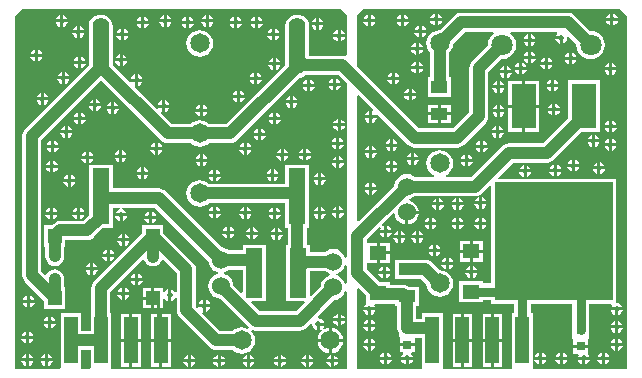
<source format=gbl>
G04*
G04 #@! TF.GenerationSoftware,Altium Limited,Altium Designer,19.0.4 (130)*
G04*
G04 Layer_Physical_Order=2*
G04 Layer_Color=16711680*
%FSTAX44Y44*%
%MOMM*%
G71*
G01*
G75*
%ADD10C,0.2540*%
%ADD12R,1.1430X3.9878*%
%ADD17C,1.0000*%
%ADD18C,0.8000*%
%ADD19C,1.6510*%
%ADD20C,1.5240*%
%ADD21C,1.8000*%
%ADD22C,0.5080*%
%ADD23R,1.4000X1.2000*%
%ADD24R,0.7620X0.7620*%
%ADD25R,1.3970X1.0160*%
%ADD26R,1.4000X4.2000*%
%ADD27O,1.4000X4.8000*%
%ADD28R,1.4000X4.8000*%
%ADD29R,10.0000X10.0000*%
%ADD30R,2.1000X3.8000*%
%ADD31R,1.1938X1.1938*%
G36*
X-0024257Y003048D02*
X-0023749Y0029972D01*
Y00265641D01*
X-0023876Y00264793D01*
X-00239536Y00265114D01*
X-00241625Y00265389D01*
X-00269314D01*
Y0029005D01*
X-00269657Y00292661D01*
X-00270665Y00295093D01*
X-00272268Y00297182D01*
X-00274357Y00298785D01*
X-00276789Y00299793D01*
X-002794Y00300136D01*
X-0028201Y00299793D01*
X-00284443Y00298785D01*
X-00286532Y00297182D01*
X-00288135Y00295093D01*
X-00289143Y00292661D01*
X-00289486Y0029005D01*
Y00257375D01*
X-00339402Y00207459D01*
X-00353977D01*
X-00356274Y00209221D01*
X-00359012Y00210355D01*
X-0036195Y00210742D01*
X-00364888Y00210355D01*
X-00367626Y00209221D01*
X-00369923Y00207459D01*
X-00385768D01*
X-00395148Y0021684D01*
X-00394412Y00217875D01*
X-003937Y00217733D01*
Y0022139D01*
X-00397357D01*
X-00397215Y00220678D01*
X-00398251Y00219942D01*
X-00416767Y00238458D01*
X-0041656Y00238845D01*
Y00243369D01*
X-00421084D01*
X-00421471Y00243162D01*
X-00435684Y00257375D01*
Y0029005D01*
X-00436027Y00292661D01*
X-00437035Y00295093D01*
X-00438638Y00297182D01*
X-00440727Y00298785D01*
X-00443159Y00299793D01*
X-0044577Y00300136D01*
X-00448381Y00299793D01*
X-00450813Y00298785D01*
X-00452902Y00297182D01*
X-00454505Y00295093D01*
X-00455513Y00292661D01*
X-00455856Y0029005D01*
Y00257375D01*
X-00509896Y00203336D01*
X-00511178Y00201665D01*
X-00511984Y00199718D01*
X-00512259Y0019763D01*
Y00079502D01*
X-00511984Y00077414D01*
X-00511178Y00075468D01*
X-00509896Y00073796D01*
X-00493728Y00057629D01*
Y00051102D01*
X-0047579D01*
Y0006904D01*
X-0047669D01*
Y000762D01*
X-00476965Y00078288D01*
X-00477771Y00080234D01*
X-00479053Y00081906D01*
X-00480724Y00083188D01*
X-00482671Y00083994D01*
X-00484759Y00084269D01*
X-00486847Y00083994D01*
X-00488793Y00083188D01*
X-00490465Y00081906D01*
X-00491733Y00080253D01*
X-00491905Y00080043D01*
X-00493182Y00079906D01*
X-00496121Y00082844D01*
Y00194288D01*
X-0044577Y00244639D01*
X-00394816Y00193684D01*
X-00393144Y00192402D01*
X-00391198Y00191596D01*
X-0038911Y00191321D01*
X-00369923D01*
X-00367626Y00189559D01*
X-00364888Y00188425D01*
X-0036195Y00188038D01*
X-00359012Y00188425D01*
X-00356274Y00189559D01*
X-00353977Y00191321D01*
X-0033606D01*
X-00333972Y00191596D01*
X-00332025Y00192402D01*
X-00330354Y00193684D01*
X-00277874Y00246165D01*
X-00276789Y00246307D01*
X-00274357Y00247315D01*
X-00272268Y00248918D01*
X-00272012Y00249251D01*
X-00244967D01*
X-0023749Y00241774D01*
Y00094486D01*
X-0023876Y00094233D01*
X-00239643Y00096366D01*
X-00241346Y00098584D01*
X-00243564Y00100287D01*
X-00246148Y00101357D01*
X-0024892Y00101722D01*
X-00251692Y00101357D01*
X-00254276Y00100287D01*
X-00255849Y00099079D01*
X-0026868D01*
Y0010528D01*
X-00271331D01*
Y0011905D01*
X-002694D01*
Y0017305D01*
X-002894D01*
Y00156659D01*
X-00353977D01*
X-00356274Y00158421D01*
X-00359012Y00159555D01*
X-0036195Y00159942D01*
X-00364888Y00159555D01*
X-00367626Y00158421D01*
X-00369977Y00156617D01*
X-00371781Y00154266D01*
X-00372915Y00151528D01*
X-00373302Y0014859D01*
X-00372915Y00145652D01*
X-00371781Y00142914D01*
X-00369977Y00140563D01*
X-00367626Y00138759D01*
X-00364888Y00137625D01*
X-0036195Y00137238D01*
X-00359012Y00137625D01*
X-00356274Y00138759D01*
X-00353977Y00140521D01*
X-002894D01*
Y0011905D01*
X-00287469D01*
Y0010528D01*
X-0028868D01*
Y0005728D01*
X-00273721D01*
X-00273235Y00056107D01*
X-00280632Y00048709D01*
X-00311188D01*
X-00318585Y00056107D01*
X-00318099Y0005728D01*
X-0030568D01*
Y0010528D01*
X-0032568D01*
Y00100349D01*
X-0033724D01*
X-00338814Y00101557D01*
X-00341398Y00102627D01*
X-00343364Y00102886D01*
X-00390964Y00150486D01*
X-00392635Y00151768D01*
X-00394582Y00152574D01*
X-0039667Y00152849D01*
X-0043577D01*
Y0017305D01*
X-0045577D01*
Y00130461D01*
X-00460814Y00125417D01*
X-0048006D01*
X-00482148Y00125142D01*
X-00484095Y00124336D01*
X-00485766Y00123054D01*
X-00487201Y00121618D01*
X-00493728D01*
Y0010368D01*
X-00492828D01*
Y0009525D01*
X-00492553Y00093162D01*
X-00491747Y00091215D01*
X-00490465Y00089544D01*
X-00488793Y00088262D01*
X-00486847Y00087456D01*
X-00484759Y00087181D01*
X-00482671Y00087456D01*
X-00480724Y00088262D01*
X-00479053Y00089544D01*
X-00477771Y00091215D01*
X-00476965Y00093162D01*
X-0047669Y0009525D01*
Y0010368D01*
X-0047579D01*
Y00109279D01*
X-00457472D01*
X-00455384Y00109554D01*
X-00453438Y0011036D01*
X-00451766Y00111642D01*
X-00444359Y0011905D01*
X-0043577D01*
Y00136711D01*
X-00429755D01*
X-0042963Y00135441D01*
X-00430607Y00135247D01*
X-00432287Y00134124D01*
X-0043341Y00132443D01*
X-00433552Y00131731D01*
X-00423698D01*
X-0042384Y00132443D01*
X-00424963Y00134124D01*
X-00426643Y00135247D01*
X-0042762Y00135441D01*
X-00427495Y00136711D01*
X-00400012D01*
X-00354776Y00091474D01*
X-00354517Y00089508D01*
X-00353447Y00086924D01*
X-00351744Y00084706D01*
X-00349526Y00083003D01*
X-00346942Y00081933D01*
X-00346845Y0008192D01*
Y00080639D01*
X-00346942Y00080627D01*
X-00349526Y00079557D01*
X-00351744Y00077854D01*
X-00353447Y00075636D01*
X-00354517Y00073052D01*
X-00354882Y0007028D01*
X-00354517Y00067508D01*
X-00353447Y00064924D01*
X-00351744Y00062706D01*
X-00349526Y00061003D01*
X-00346942Y00059933D01*
X-00344976Y00059675D01*
X-00320583Y00035282D01*
X-00321302Y00034205D01*
X-00323452Y00035095D01*
X-0032639Y00035482D01*
X-00329328Y00035095D01*
X-00332066Y00033961D01*
X-00334363Y00032199D01*
X-00344638D01*
X-00359777Y00047339D01*
X-0035941Y00048026D01*
Y00052217D01*
X-00363601D01*
X-00364289Y0005185D01*
X-00365311Y00052872D01*
Y00084328D01*
X-00365586Y00086416D01*
X-00366392Y00088363D01*
X-00367674Y00090034D01*
X-00392732Y00115091D01*
Y00121618D01*
X-0041067D01*
Y00115091D01*
X-00451476Y00074286D01*
X-00452758Y00072614D01*
X-00453564Y00070668D01*
X-00453839Y0006858D01*
Y00047069D01*
X-00454485D01*
Y00032199D01*
X-00462455D01*
Y00047069D01*
X-00479885D01*
Y0000127D01*
X-00480076Y0D01*
X-0051816D01*
Y0029845D01*
X-0051181Y003048D01*
X-0024257Y003048D01*
D02*
G37*
G36*
X0Y0029845D02*
Y0D01*
X-0Y-0D01*
X-00079994D01*
X-00080185Y00001191D01*
X-00080185D01*
Y00047069D01*
X-0008184D01*
Y0005495D01*
X-00046684D01*
Y0003302D01*
X-00046444Y00031193D01*
X-00046434Y00031169D01*
X-00046434Y0002621D01*
X-0004572Y00025236D01*
X-0004572Y0002494D01*
Y0002032D01*
X-0003937D01*
X-0003302D01*
Y00025025D01*
X-00032814Y0002621D01*
X-00032814Y00026585D01*
Y00031169D01*
X-00032804Y00031193D01*
X-00032564Y0003302D01*
Y0005495D01*
X-00013754D01*
X-00013075Y0005368D01*
X-00013675Y00052782D01*
X-00013817Y0005207D01*
X-00003963D01*
X-00004105Y00052782D01*
X-00005228Y00054462D01*
X-00006908Y00055585D01*
X-0000889Y00055979D01*
X-0000923Y00056259D01*
Y0016095D01*
X-00109189D01*
X-00109675Y00162123D01*
X-00096988Y00174811D01*
X-000679D01*
X-00065812Y00175086D01*
X-00063865Y00175892D01*
X-00062194Y00177174D01*
X-00038919Y0020045D01*
X-0002333D01*
Y0024445D01*
X-0005033D01*
Y00211861D01*
X-00071242Y00190949D01*
X-0010033D01*
X-00102418Y00190674D01*
X-00104365Y00189868D01*
X-00106036Y00188586D01*
X-00132042Y00162579D01*
X-00153569D01*
X-00153822Y00163849D01*
X-00153074Y00164159D01*
X-00150723Y00165963D01*
X-00148919Y00168314D01*
X-00147785Y00171052D01*
X-00147398Y0017399D01*
X-00147785Y00176928D01*
X-00148919Y00179666D01*
X-00150723Y00182017D01*
X-00153074Y00183821D01*
X-00155812Y00184955D01*
X-0015875Y00185342D01*
X-00161688Y00184955D01*
X-00164426Y00183821D01*
X-00166777Y00182017D01*
X-00168581Y00179666D01*
X-00169715Y00176928D01*
X-00170102Y0017399D01*
X-00169715Y00171052D01*
X-00168581Y00168314D01*
X-00166777Y00165963D01*
X-00164426Y00164159D01*
X-00163678Y00163849D01*
X-00163931Y00162579D01*
X-0017976D01*
X-00181334Y00163787D01*
X-00183918Y00164857D01*
X-0018669Y00165222D01*
X-00189462Y00164857D01*
X-00192046Y00163787D01*
X-00194264Y00162084D01*
X-00195967Y00159866D01*
X-00197037Y00157282D01*
X-00197295Y00155316D01*
X-00227427Y00125185D01*
X-002286Y00125671D01*
Y00231225D01*
X-00227427Y00231711D01*
X-00215148Y00219432D01*
X-00215774Y00218262D01*
X-002159Y00218287D01*
Y0021463D01*
X-00212243D01*
X-00212268Y00214756D01*
X-00211098Y00215382D01*
X-0018559Y00189874D01*
X-00183919Y00188592D01*
X-00181973Y00187786D01*
X-00179884Y00187511D01*
X-0014394D01*
X-00141852Y00187786D01*
X-00139906Y00188592D01*
X-00138234Y00189874D01*
X-00120024Y00208084D01*
X-00118742Y00209755D01*
X-00117936Y00211702D01*
X-00117661Y0021379D01*
Y00251328D01*
X-00106692Y00262297D01*
X-0010608Y00262216D01*
X-00102947Y00262629D01*
X-00100028Y00263838D01*
X-00097521Y00265762D01*
X-00095598Y00268268D01*
X-00094389Y00271187D01*
X-00093976Y0027432D01*
X-00094389Y00277453D01*
X-00095598Y00280372D01*
X-00097521Y00282878D01*
X-00099024Y00284031D01*
X-00098592Y00285301D01*
X-00059933D01*
X-00059542Y00284034D01*
X-00060665Y00282354D01*
X-00060807Y00281642D01*
X-0005588D01*
Y00280372D01*
X-0005461D01*
Y00275445D01*
X-00053898Y00275586D01*
X-00052217Y00276709D01*
X-00051095Y0027839D01*
X-000507Y00280372D01*
X-0005079Y00280823D01*
X-0004962Y00281448D01*
X-00043103Y00274932D01*
X-00043183Y0027432D01*
X-00042771Y00271187D01*
X-00041562Y00268268D01*
X-00039639Y00265762D01*
X-00037132Y00263838D01*
X-00034213Y00262629D01*
X-0003108Y00262216D01*
X-00027947Y00262629D01*
X-00025028Y00263838D01*
X-00022522Y00265762D01*
X-00020598Y00268268D01*
X-00019389Y00271187D01*
X-00018977Y0027432D01*
X-00019389Y00277453D01*
X-00020598Y00280372D01*
X-00022522Y00282878D01*
X-00025028Y00284802D01*
X-00027947Y00286011D01*
X-0003108Y00286423D01*
X-00031692Y00286343D01*
X-00044424Y00299076D01*
X-00046095Y00300358D01*
X-00048042Y00301164D01*
X-0005013Y00301439D01*
X-0014097D01*
X-00143058Y00301164D01*
X-00145005Y00300358D01*
X-00146676Y00299076D01*
X-00158818Y00286933D01*
X-00161688Y00286555D01*
X-00164426Y00285421D01*
X-00166777Y00283617D01*
X-00168581Y00281266D01*
X-00169715Y00278528D01*
X-00170102Y0027559D01*
X-00169715Y00272652D01*
X-00168581Y00269914D01*
X-00166819Y00267617D01*
Y0024684D01*
X-00169001D01*
Y0023068D01*
X-00149031D01*
Y0024684D01*
X-00150681D01*
Y00267617D01*
X-00148919Y00269914D01*
X-00147785Y00272652D01*
X-00147407Y00275522D01*
X-00137628Y00285301D01*
X-00113568D01*
X-00113137Y00284031D01*
X-00114639Y00282878D01*
X-00116562Y00280372D01*
X-00117771Y00277453D01*
X-00118183Y0027432D01*
X-00118103Y00273708D01*
X-00131436Y00260376D01*
X-00132718Y00258704D01*
X-00133524Y00256758D01*
X-00133799Y0025467D01*
Y00217132D01*
X-00147282Y00203649D01*
X-00176542D01*
X-002286Y00255707D01*
Y0029972D01*
X-0022352Y003048D01*
Y003048D01*
X-0000635D01*
X0Y0029845D01*
D02*
G37*
G36*
X-0011523Y00154909D02*
Y0007261D01*
X-0012208D01*
Y0007455D01*
X-0014208D01*
Y0005655D01*
X-0012208D01*
Y0005849D01*
X-0011523D01*
Y0005495D01*
X-0009596D01*
Y00047069D01*
X-00097615D01*
Y00001191D01*
X-00097615D01*
X-00097806Y-0D01*
X-00156194D01*
X-00156385Y00001191D01*
X-00156385D01*
Y00047069D01*
X-00173815D01*
Y00042359D01*
X-00178621D01*
Y00053658D01*
X-00176705D01*
Y00069818D01*
X-00185516D01*
X-00186103Y00070268D01*
X-00188049Y00071074D01*
X-00190137Y00071349D01*
X-0020082D01*
Y0007328D01*
X-00209409D01*
X-00220531Y00084402D01*
Y00088541D01*
X-0022036Y0008974D01*
X-00219261Y0008974D01*
X-0021209D01*
Y0009828D01*
Y0010682D01*
X-0022036Y0010682D01*
X-00220531Y00108019D01*
Y00109258D01*
X-00209819Y0011997D01*
X-00208832Y0011916D01*
X-00209255Y00118527D01*
X-00209397Y00117815D01*
X-0020574D01*
Y00121472D01*
X-00206452Y0012133D01*
X-00207085Y00120908D01*
X-00207894Y00121894D01*
X-00198109Y00131679D01*
X-00196768Y00131224D01*
X-00196588Y00129858D01*
X-00195565Y00127386D01*
X-00193936Y00125264D01*
X-00191814Y00123635D01*
X-00189342Y00122612D01*
X-0018796Y0012243D01*
Y0013251D01*
X-0018669D01*
Y0013378D01*
X-00176609D01*
X-00176791Y00135162D01*
X-00177815Y00137634D01*
X-00179444Y00139756D01*
X-00181566Y00141385D01*
X-00184038Y00142409D01*
X-00184355Y0014245D01*
X-00185011Y00143818D01*
X-00184878Y00144037D01*
X-00183918Y00144163D01*
X-00181334Y00145233D01*
X-0017976Y00146441D01*
X-001287D01*
X-00126612Y00146716D01*
X-00124665Y00147522D01*
X-00122994Y00148804D01*
X-00116403Y00155395D01*
X-0011523Y00154909D01*
D02*
G37*
G36*
X-00381449Y00080986D02*
Y0006513D01*
X-00381592Y00065073D01*
X-00382719Y00064919D01*
X-00383688Y00066368D01*
X-00385368Y00067491D01*
X-0038608Y00067633D01*
Y00062706D01*
Y00057779D01*
X-00385368Y0005792D01*
X-00383688Y00059043D01*
X-00382719Y00060493D01*
X-00381592Y00060338D01*
X-00381449Y00060282D01*
Y0004953D01*
X-00381174Y00047442D01*
X-00380368Y00045496D01*
X-00379086Y00043824D01*
X-00353686Y00018424D01*
X-00352015Y00017142D01*
X-00350068Y00016336D01*
X-0034798Y00016061D01*
X-00334363D01*
X-00332066Y00014299D01*
X-00329328Y00013165D01*
X-0032639Y00012778D01*
X-00323452Y00013165D01*
X-00320714Y00014299D01*
X-00318363Y00016103D01*
X-00316559Y00018454D01*
X-00315425Y00021192D01*
X-00315038Y0002413D01*
X-00315425Y00027068D01*
X-00316559Y00029806D01*
X-00318363Y00032157D01*
X-00318467Y00032237D01*
X-00317826Y00033346D01*
X-00316618Y00032846D01*
X-0031453Y00032571D01*
X-0027729D01*
X-00275202Y00032846D01*
X-00273256Y00033652D01*
X-00271584Y00034934D01*
X-00267977Y00038541D01*
X-002668Y00037953D01*
X-00266405Y00035971D01*
X-00265282Y0003429D01*
X-00263602Y00033168D01*
X-0026289Y00033026D01*
Y00037953D01*
X-0026162D01*
Y00039223D01*
X-00256693D01*
X-00256835Y00039935D01*
X-00257957Y00041615D01*
X-00259638Y00042738D01*
X-0026162Y00043132D01*
X-00262209Y0004431D01*
X-00248114Y00058404D01*
X-00246148Y00058663D01*
X-00243564Y00059734D01*
X-00241346Y00061436D01*
X-00239643Y00063654D01*
X-0023876Y00065787D01*
X-0023749Y00065534D01*
Y-0D01*
X-00436864Y-0D01*
X-00437055Y00001191D01*
X-00437055Y0000127D01*
Y00047069D01*
X-00437701D01*
Y00065238D01*
X-00410595Y00092344D01*
X-00409097Y00092046D01*
X-00408689Y00091061D01*
X-00407407Y0008939D01*
X-00405736Y00088108D01*
X-00403789Y00087302D01*
X-00401701Y00087027D01*
X-00399613Y00087302D01*
X-00397667Y00088108D01*
X-00395995Y0008939D01*
X-00394713Y00091061D01*
X-00394305Y00092046D01*
X-00392807Y00092344D01*
X-00381449Y00080986D01*
D02*
G37*
G36*
X-0023749Y00087534D02*
Y00072486D01*
X-0023876Y00072233D01*
X-00239643Y00074366D01*
X-00241346Y00076584D01*
X-00243564Y00078287D01*
X-00246148Y00079357D01*
X-00246245Y0007937D01*
Y00080651D01*
X-00246148Y00080663D01*
X-00243564Y00081733D01*
X-00241346Y00083436D01*
X-00239643Y00085654D01*
X-0023876Y00087787D01*
X-0023749Y00087534D01*
D02*
G37*
G36*
X-0032568Y00064861D02*
X-00326853Y00064375D01*
X-00333564Y00071086D01*
X-00333823Y00073052D01*
X-00334893Y00075636D01*
X-00336596Y00077854D01*
X-00338814Y00079557D01*
X-00341398Y00080627D01*
X-00341495Y00080639D01*
Y0008192D01*
X-00341398Y00081933D01*
X-00338814Y00083003D01*
X-0033724Y00084211D01*
X-0032568D01*
Y00064861D01*
D02*
G37*
G36*
X-00254276Y00081733D02*
X-00251692Y00080663D01*
X-00251595Y00080651D01*
Y0007937D01*
X-00251692Y00079357D01*
X-00254276Y00078287D01*
X-00256494Y00076584D01*
X-00258197Y00074366D01*
X-00259267Y00071782D01*
X-00259526Y00069816D01*
X-00267507Y00061835D01*
X-0026868Y00062321D01*
Y00082941D01*
X-00255849D01*
X-00254276Y00081733D01*
D02*
G37*
G36*
X-00454485Y0000127D02*
X-00454676Y0D01*
X-00462264D01*
X-00462455Y00001191D01*
X-00462455Y0000127D01*
Y00016061D01*
X-00454485D01*
Y0000127D01*
D02*
G37*
G36*
X-0022082Y00061869D02*
Y00055319D01*
X-00222103Y00054462D01*
X-00223225Y00052782D01*
X-00223367Y0005207D01*
X-00213513D01*
X-00213655Y00052782D01*
X-00214475Y0005401D01*
X-00213889Y0005528D01*
X-00210344D01*
X-0020982Y00055211D01*
X-00196675D01*
Y00053658D01*
X-00194759D01*
Y0003429D01*
X-00194484Y00032202D01*
X-00193678Y00030255D01*
X-001935Y00030024D01*
Y0002748D01*
X-001935D01*
X-00192786Y0002667D01*
Y0002159D01*
X-00186436D01*
X-00180086D01*
Y00026221D01*
X-00173815D01*
Y00001191D01*
X-00173815D01*
X-00174006Y-0D01*
X-002286D01*
Y00067989D01*
X-00227427Y00068475D01*
X-0022082Y00061869D01*
D02*
G37*
%LPC*%
G36*
X-0035433Y00299567D02*
Y0029591D01*
X-00350673D01*
X-00350815Y00296622D01*
X-00351937Y00298302D01*
X-00353618Y00299425D01*
X-0035433Y00299567D01*
D02*
G37*
G36*
X-0035687D02*
X-00357582Y00299425D01*
X-00359263Y00298302D01*
X-00360385Y00296622D01*
X-00360527Y0029591D01*
X-0035687D01*
Y00299567D01*
D02*
G37*
G36*
X-0038989D02*
Y0029591D01*
X-00386233D01*
X-00386375Y00296622D01*
X-00387497Y00298302D01*
X-00389178Y00299425D01*
X-0038989Y00299567D01*
D02*
G37*
G36*
X-0039243D02*
X-00393142Y00299425D01*
X-00394823Y00298302D01*
X-00395945Y00296622D01*
X-00396087Y0029591D01*
X-0039243D01*
Y00299567D01*
D02*
G37*
G36*
X-0047752D02*
Y0029591D01*
X-00473863D01*
X-00474005Y00296622D01*
X-00475127Y00298302D01*
X-00476808Y00299425D01*
X-0047752Y00299567D01*
D02*
G37*
G36*
X-0048006D02*
X-00480772Y00299425D01*
X-00482453Y00298302D01*
X-00483575Y00296622D01*
X-00483717Y0029591D01*
X-0048006D01*
Y00299567D01*
D02*
G37*
G36*
X-0031242Y00298297D02*
Y0029464D01*
X-00308763D01*
X-00308905Y00295352D01*
X-00310028Y00297033D01*
X-00311708Y00298155D01*
X-0031242Y00298297D01*
D02*
G37*
G36*
X-0031496D02*
X-00315672Y00298155D01*
X-00317353Y00297033D01*
X-00318475Y00295352D01*
X-00318617Y0029464D01*
X-0031496D01*
Y00298297D01*
D02*
G37*
G36*
X-003302D02*
Y0029464D01*
X-00326543D01*
X-00326685Y00295352D01*
X-00327808Y00297033D01*
X-00329488Y00298155D01*
X-003302Y00298297D01*
D02*
G37*
G36*
X-0033274D02*
X-00333452Y00298155D01*
X-00335132Y00297033D01*
X-00336255Y00295352D01*
X-00336397Y0029464D01*
X-0033274D01*
Y00298297D01*
D02*
G37*
G36*
X-0037084D02*
Y0029464D01*
X-00367183D01*
X-00367325Y00295352D01*
X-00368447Y00297033D01*
X-00370128Y00298155D01*
X-0037084Y00298297D01*
D02*
G37*
G36*
X-0037338D02*
X-00374092Y00298155D01*
X-00375773Y00297033D01*
X-00376895Y00295352D01*
X-00377037Y0029464D01*
X-0037338D01*
Y00298297D01*
D02*
G37*
G36*
X-0040894D02*
Y0029464D01*
X-00405283D01*
X-00405425Y00295352D01*
X-00406548Y00297033D01*
X-00408228Y00298155D01*
X-0040894Y00298297D01*
D02*
G37*
G36*
X-0041148D02*
X-00412192Y00298155D01*
X-00413872Y00297033D01*
X-00414995Y00295352D01*
X-00415137Y0029464D01*
X-0041148D01*
Y00298297D01*
D02*
G37*
G36*
X-00261062Y00297027D02*
Y0029337D01*
X-00257405D01*
X-00257547Y00294082D01*
X-0025867Y00295763D01*
X-0026035Y00296885D01*
X-00261062Y00297027D01*
D02*
G37*
G36*
X-00263602D02*
X-00264314Y00296885D01*
X-00265995Y00295763D01*
X-00267117Y00294082D01*
X-00267259Y0029337D01*
X-00263602D01*
Y00297027D01*
D02*
G37*
G36*
X-00350673Y0029337D02*
X-0035433D01*
Y00289713D01*
X-00353618Y00289855D01*
X-00351937Y00290977D01*
X-00350815Y00292658D01*
X-00350673Y0029337D01*
D02*
G37*
G36*
X-0035687D02*
X-00360527D01*
X-00360385Y00292658D01*
X-00359263Y00290977D01*
X-00357582Y00289855D01*
X-0035687Y00289713D01*
Y0029337D01*
D02*
G37*
G36*
X-00386233D02*
X-0038989D01*
Y00289713D01*
X-00389178Y00289855D01*
X-00387497Y00290977D01*
X-00386375Y00292658D01*
X-00386233Y0029337D01*
D02*
G37*
G36*
X-0039243D02*
X-00396087D01*
X-00395945Y00292658D01*
X-00394823Y00290977D01*
X-00393142Y00289855D01*
X-0039243Y00289713D01*
Y0029337D01*
D02*
G37*
G36*
X-00473863D02*
X-0047752D01*
Y00289713D01*
X-00476808Y00289855D01*
X-00475127Y00290977D01*
X-00474005Y00292658D01*
X-00473863Y0029337D01*
D02*
G37*
G36*
X-0048006D02*
X-00483717D01*
X-00483575Y00292658D01*
X-00482453Y00290977D01*
X-00480772Y00289855D01*
X-0048006Y00289713D01*
Y0029337D01*
D02*
G37*
G36*
X-00308763Y002921D02*
X-0031242D01*
Y00288443D01*
X-00311708Y00288585D01*
X-00310028Y00289708D01*
X-00308905Y00291388D01*
X-00308763Y002921D01*
D02*
G37*
G36*
X-0031496D02*
X-00318617D01*
X-00318475Y00291388D01*
X-00317353Y00289708D01*
X-00315672Y00288585D01*
X-0031496Y00288443D01*
Y002921D01*
D02*
G37*
G36*
X-00326543D02*
X-003302D01*
Y00288443D01*
X-00329488Y00288585D01*
X-00327808Y00289708D01*
X-00326685Y00291388D01*
X-00326543Y002921D01*
D02*
G37*
G36*
X-0033274D02*
X-00336397D01*
X-00336255Y00291388D01*
X-00335132Y00289708D01*
X-00333452Y00288585D01*
X-0033274Y00288443D01*
Y002921D01*
D02*
G37*
G36*
X-00367183D02*
X-0037084D01*
Y00288443D01*
X-00370128Y00288585D01*
X-00368447Y00289708D01*
X-00367325Y00291388D01*
X-00367183Y002921D01*
D02*
G37*
G36*
X-0037338D02*
X-00377037D01*
X-00376895Y00291388D01*
X-00375773Y00289708D01*
X-00374092Y00288585D01*
X-0037338Y00288443D01*
Y002921D01*
D02*
G37*
G36*
X-00405283D02*
X-0040894D01*
Y00288443D01*
X-00408228Y00288585D01*
X-00406548Y00289708D01*
X-00405425Y00291388D01*
X-00405283Y002921D01*
D02*
G37*
G36*
X-0041148D02*
X-00415137D01*
X-00414995Y00291388D01*
X-00413872Y00289708D01*
X-00412192Y00288585D01*
X-0041148Y00288443D01*
Y002921D01*
D02*
G37*
G36*
X-00257405Y0029083D02*
X-00261062D01*
Y00287173D01*
X-0026035Y00287315D01*
X-0025867Y00288438D01*
X-00257547Y00290118D01*
X-00257405Y0029083D01*
D02*
G37*
G36*
X-00263602D02*
X-00267259D01*
X-00267117Y00290118D01*
X-00265995Y00288438D01*
X-00264314Y00287315D01*
X-00263602Y00287173D01*
Y0029083D01*
D02*
G37*
G36*
X-0046355Y00290348D02*
Y00286691D01*
X-00459893D01*
X-00460035Y00287403D01*
X-00461157Y00289084D01*
X-00462838Y00290207D01*
X-0046355Y00290348D01*
D02*
G37*
G36*
X-0046609D02*
X-00466802Y00290207D01*
X-00468483Y00289084D01*
X-00469605Y00287403D01*
X-00469747Y00286691D01*
X-0046609D01*
Y00290348D01*
D02*
G37*
G36*
X-0029845Y00288382D02*
Y00284725D01*
X-00294793D01*
X-00294935Y00285437D01*
X-00296057Y00287118D01*
X-00297738Y0028824D01*
X-0029845Y00288382D01*
D02*
G37*
G36*
X-0030099D02*
X-00301702Y0028824D01*
X-00303382Y00287118D01*
X-00304505Y00285437D01*
X-00304647Y00284725D01*
X-0030099D01*
Y00288382D01*
D02*
G37*
G36*
X-0042635D02*
Y00284725D01*
X-00422693D01*
X-00422835Y00285437D01*
X-00423958Y00287118D01*
X-00425638Y0028824D01*
X-0042635Y00288382D01*
D02*
G37*
G36*
X-0042889D02*
X-00429602Y0028824D01*
X-00431283Y00287118D01*
X-00432405Y00285437D01*
X-00432547Y00284725D01*
X-0042889D01*
Y00288382D01*
D02*
G37*
G36*
X-00242717Y00287281D02*
Y00283624D01*
X-00239061D01*
X-00239202Y00284336D01*
X-00240325Y00286016D01*
X-00242005Y00287139D01*
X-00242717Y00287281D01*
D02*
G37*
G36*
X-00245257D02*
X-0024597Y00287139D01*
X-0024765Y00286016D01*
X-00248773Y00284336D01*
X-00248914Y00283624D01*
X-00245257D01*
Y00287281D01*
D02*
G37*
G36*
X-00459893Y00284151D02*
X-0046355D01*
Y00280494D01*
X-00462838Y00280636D01*
X-00461157Y00281759D01*
X-00460035Y00283439D01*
X-00459893Y00284151D01*
D02*
G37*
G36*
X-0046609D02*
X-00469747D01*
X-00469605Y00283439D01*
X-00468483Y00281759D01*
X-00466802Y00280636D01*
X-0046609Y00280494D01*
Y00284151D01*
D02*
G37*
G36*
X-00294793Y00282185D02*
X-0029845D01*
Y00278528D01*
X-00297738Y0027867D01*
X-00296057Y00279793D01*
X-00294935Y00281473D01*
X-00294793Y00282185D01*
D02*
G37*
G36*
X-0030099D02*
X-00304647D01*
X-00304505Y00281473D01*
X-00303382Y00279793D01*
X-00301702Y0027867D01*
X-0030099Y00278528D01*
Y00282185D01*
D02*
G37*
G36*
X-00422693D02*
X-0042635D01*
Y00278528D01*
X-00425638Y0027867D01*
X-00423958Y00279793D01*
X-00422835Y00281473D01*
X-00422693Y00282185D01*
D02*
G37*
G36*
X-0042889D02*
X-00432547D01*
X-00432405Y00281473D01*
X-00431283Y00279793D01*
X-00429602Y0027867D01*
X-0042889Y00278528D01*
Y00282185D01*
D02*
G37*
G36*
X-00239061Y00281084D02*
X-00242717D01*
Y00277427D01*
X-00242005Y00277569D01*
X-00240325Y00278691D01*
X-00239202Y00280372D01*
X-00239061Y00281084D01*
D02*
G37*
G36*
X-00245257D02*
X-00248914D01*
X-00248773Y00280372D01*
X-0024765Y00278691D01*
X-0024597Y00277569D01*
X-00245257Y00277427D01*
Y00281084D01*
D02*
G37*
G36*
X-0049911Y00270357D02*
Y002667D01*
X-00495453D01*
X-00495595Y00267412D01*
X-00496717Y00269093D01*
X-00498398Y00270215D01*
X-0049911Y00270357D01*
D02*
G37*
G36*
X-0050165D02*
X-00502362Y00270215D01*
X-00504043Y00269093D01*
X-00505165Y00267412D01*
X-00505307Y002667D01*
X-0050165D01*
Y00270357D01*
D02*
G37*
G36*
X-0036195Y00286942D02*
X-00364888Y00286555D01*
X-00367626Y00285421D01*
X-00369977Y00283617D01*
X-00371781Y00281266D01*
X-00372915Y00278528D01*
X-00373302Y0027559D01*
X-00372915Y00272652D01*
X-00371781Y00269914D01*
X-00369977Y00267563D01*
X-00367626Y00265759D01*
X-00364888Y00264625D01*
X-0036195Y00264238D01*
X-00359012Y00264625D01*
X-00356274Y00265759D01*
X-00353923Y00267563D01*
X-00352119Y00269914D01*
X-00350985Y00272652D01*
X-00350598Y0027559D01*
X-00350985Y00278528D01*
X-00352119Y00281266D01*
X-00353923Y00283617D01*
X-00356274Y00285421D01*
X-00359012Y00286555D01*
X-0036195Y00286942D01*
D02*
G37*
G36*
X-00427355Y00266547D02*
Y0026289D01*
X-00423698D01*
X-0042384Y00263602D01*
X-00424963Y00265282D01*
X-00426643Y00266405D01*
X-00427355Y00266547D01*
D02*
G37*
G36*
X-00429895D02*
X-00430607Y00266405D01*
X-00432287Y00265282D01*
X-0043341Y00263602D01*
X-00433552Y0026289D01*
X-00429895D01*
Y00266547D01*
D02*
G37*
G36*
X-0046228Y00264565D02*
Y00260908D01*
X-00458623D01*
X-00458765Y0026162D01*
X-00459888Y002633D01*
X-00461568Y00264423D01*
X-0046228Y00264565D01*
D02*
G37*
G36*
X-0046482D02*
X-00465532Y00264423D01*
X-00467212Y002633D01*
X-00468335Y0026162D01*
X-00468477Y00260908D01*
X-0046482D01*
Y00264565D01*
D02*
G37*
G36*
X-00495453Y0026416D02*
X-0049911D01*
Y00260503D01*
X-00498398Y00260645D01*
X-00496717Y00261768D01*
X-00495595Y00263448D01*
X-00495453Y0026416D01*
D02*
G37*
G36*
X-0050165D02*
X-00505307D01*
X-00505165Y00263448D01*
X-00504043Y00261768D01*
X-00502362Y00260645D01*
X-0050165Y00260503D01*
Y0026416D01*
D02*
G37*
G36*
X-00297597Y00263259D02*
Y00259603D01*
X-00293941D01*
X-00294082Y00260315D01*
X-00295205Y00261995D01*
X-00296885Y00263118D01*
X-00297597Y00263259D01*
D02*
G37*
G36*
X-00300137D02*
X-00300849Y00263118D01*
X-0030253Y00261995D01*
X-00303653Y00260315D01*
X-00303794Y00259603D01*
X-00300137D01*
Y00263259D01*
D02*
G37*
G36*
X-00423698Y0026035D02*
X-00427355D01*
Y00256693D01*
X-00426643Y00256835D01*
X-00424963Y00257957D01*
X-0042384Y00259638D01*
X-00423698Y0026035D01*
D02*
G37*
G36*
X-00429895D02*
X-00433552D01*
X-0043341Y00259638D01*
X-00432287Y00257957D01*
X-00430607Y00256835D01*
X-00429895Y00256693D01*
Y0026035D01*
D02*
G37*
G36*
X-00458623Y00258368D02*
X-0046228D01*
Y00254711D01*
X-00461568Y00254853D01*
X-00459888Y00255975D01*
X-00458765Y00257656D01*
X-00458623Y00258368D01*
D02*
G37*
G36*
X-0046482D02*
X-00468477D01*
X-00468335Y00257656D01*
X-00467212Y00255975D01*
X-00465532Y00254853D01*
X-0046482Y00254711D01*
Y00258368D01*
D02*
G37*
G36*
X-00293941Y00257062D02*
X-00297597D01*
Y00253406D01*
X-00296885Y00253547D01*
X-00295205Y0025467D01*
X-00294082Y0025635D01*
X-00293941Y00257062D01*
D02*
G37*
G36*
X-00300137D02*
X-00303794D01*
X-00303653Y0025635D01*
X-0030253Y0025467D01*
X-00300849Y00253547D01*
X-00300137Y00253406D01*
Y00257062D01*
D02*
G37*
G36*
X-0047625Y00251307D02*
Y0024765D01*
X-00472593D01*
X-00472735Y00248362D01*
X-00473857Y00250042D01*
X-00475538Y00251165D01*
X-0047625Y00251307D01*
D02*
G37*
G36*
X-0047879D02*
X-00479502Y00251165D01*
X-00481183Y00250042D01*
X-00482305Y00248362D01*
X-00482447Y0024765D01*
X-0047879D01*
Y00251307D01*
D02*
G37*
G36*
X-0031326Y00251091D02*
Y00247435D01*
X-00309603D01*
X-00309745Y00248147D01*
X-00310868Y00249827D01*
X-00312548Y0025095D01*
X-0031326Y00251091D01*
D02*
G37*
G36*
X-003158D02*
X-00316512Y0025095D01*
X-00318193Y00249827D01*
X-00319315Y00248147D01*
X-00319457Y00247435D01*
X-003158D01*
Y00251091D01*
D02*
G37*
G36*
X-0041402Y00249566D02*
Y00245909D01*
X-00410363D01*
X-00410505Y00246621D01*
X-00411628Y00248301D01*
X-00413308Y00249424D01*
X-0041402Y00249566D01*
D02*
G37*
G36*
X-0041656D02*
X-00417272Y00249424D01*
X-00418952Y00248301D01*
X-00420075Y00246621D01*
X-00420217Y00245909D01*
X-0041656D01*
Y00249566D01*
D02*
G37*
G36*
X-0024638Y00245669D02*
Y00242012D01*
X-00242723D01*
X-00242865Y00242724D01*
X-00243988Y00244405D01*
X-00245668Y00245527D01*
X-0024638Y00245669D01*
D02*
G37*
G36*
X-0024892D02*
X-00249632Y00245527D01*
X-00251313Y00244405D01*
X-00252435Y00242724D01*
X-00252577Y00242012D01*
X-0024892D01*
Y00245669D01*
D02*
G37*
G36*
X-00472593Y0024511D02*
X-0047625D01*
Y00241453D01*
X-00475538Y00241595D01*
X-00473857Y00242717D01*
X-00472735Y00244398D01*
X-00472593Y0024511D01*
D02*
G37*
G36*
X-0047879D02*
X-00482447D01*
X-00482305Y00244398D01*
X-00481183Y00242717D01*
X-00479502Y00241595D01*
X-0047879Y00241453D01*
Y0024511D01*
D02*
G37*
G36*
X-00268387Y00244957D02*
Y002413D01*
X-0026473D01*
X-00264872Y00242012D01*
X-00265995Y00243692D01*
X-00267675Y00244815D01*
X-00268387Y00244957D01*
D02*
G37*
G36*
X-00270927D02*
X-00271639Y00244815D01*
X-0027332Y00243692D01*
X-00274443Y00242012D01*
X-00274584Y002413D01*
X-00270927D01*
Y00244957D01*
D02*
G37*
G36*
X-00309603Y00244895D02*
X-0031326D01*
Y00241238D01*
X-00312548Y00241379D01*
X-00310868Y00242502D01*
X-00309745Y00244182D01*
X-00309603Y00244895D01*
D02*
G37*
G36*
X-003158D02*
X-00319457D01*
X-00319315Y00244182D01*
X-00318193Y00242502D01*
X-00316512Y00241379D01*
X-003158Y00241238D01*
Y00244895D01*
D02*
G37*
G36*
X-00410363Y00243369D02*
X-0041402D01*
Y00239712D01*
X-00413308Y00239853D01*
X-00411628Y00240976D01*
X-00410505Y00242657D01*
X-00410363Y00243369D01*
D02*
G37*
G36*
X-00242723Y00239472D02*
X-0024638D01*
Y00235815D01*
X-00245668Y00235957D01*
X-00243988Y0023708D01*
X-00242865Y0023876D01*
X-00242723Y00239472D01*
D02*
G37*
G36*
X-0024892D02*
X-00252577D01*
X-00252435Y0023876D01*
X-00251313Y0023708D01*
X-00249632Y00235957D01*
X-0024892Y00235815D01*
Y00239472D01*
D02*
G37*
G36*
X-0026473Y0023876D02*
X-00268387D01*
Y00235103D01*
X-00267675Y00235245D01*
X-00265995Y00236367D01*
X-00264872Y00238048D01*
X-0026473Y0023876D01*
D02*
G37*
G36*
X-00270927D02*
X-00274584D01*
X-00274443Y00238048D01*
X-0027332Y00236367D01*
X-00271639Y00235245D01*
X-00270927Y00235103D01*
Y0023876D01*
D02*
G37*
G36*
X-0032766Y00235772D02*
Y00232115D01*
X-00324003D01*
X-00324145Y00232827D01*
X-00325267Y00234508D01*
X-00326948Y0023563D01*
X-0032766Y00235772D01*
D02*
G37*
G36*
X-003302D02*
X-00330912Y0023563D01*
X-00332593Y00234508D01*
X-00333715Y00232827D01*
X-00333857Y00232115D01*
X-003302D01*
Y00235772D01*
D02*
G37*
G36*
X-00493882Y00233527D02*
Y0022987D01*
X-00490226D01*
X-00490367Y00230582D01*
X-0049149Y00232262D01*
X-0049317Y00233385D01*
X-00493882Y00233527D01*
D02*
G37*
G36*
X-00496423D02*
X-00497135Y00233385D01*
X-00498815Y00232262D01*
X-00499938Y00230582D01*
X-00500079Y0022987D01*
X-00496423D01*
Y00233527D01*
D02*
G37*
G36*
X-00283173Y00230987D02*
Y0022733D01*
X-00279516D01*
X-00279658Y00228042D01*
X-00280781Y00229722D01*
X-00282461Y00230845D01*
X-00283173Y00230987D01*
D02*
G37*
G36*
X-00285713D02*
X-00286425Y00230845D01*
X-00288106Y00229722D01*
X-00289228Y00228042D01*
X-0028937Y0022733D01*
X-00285713D01*
Y00230987D01*
D02*
G37*
G36*
X-00324003Y00229575D02*
X-0032766D01*
Y00225918D01*
X-00326948Y0022606D01*
X-00325267Y00227183D01*
X-00324145Y00228863D01*
X-00324003Y00229575D01*
D02*
G37*
G36*
X-003302D02*
X-00333857D01*
X-00333715Y00228863D01*
X-00332593Y00227183D01*
X-00330912Y0022606D01*
X-003302Y00225918D01*
Y00229575D01*
D02*
G37*
G36*
X-00449543Y00228447D02*
Y0022479D01*
X-00445886D01*
X-00446028Y00225502D01*
X-00447151Y00227183D01*
X-00448831Y00228305D01*
X-00449543Y00228447D01*
D02*
G37*
G36*
X-00452083D02*
X-00452795Y00228305D01*
X-00454476Y00227183D01*
X-00455598Y00225502D01*
X-0045574Y0022479D01*
X-00452083D01*
Y00228447D01*
D02*
G37*
G36*
X-0039116Y00227587D02*
Y0022393D01*
X-00387503D01*
X-00387645Y00224643D01*
X-00388768Y00226323D01*
X-00390448Y00227446D01*
X-0039116Y00227587D01*
D02*
G37*
G36*
X-003937D02*
X-00394412Y00227446D01*
X-00396092Y00226323D01*
X-00397215Y00224643D01*
X-00397357Y0022393D01*
X-003937D01*
Y00227587D01*
D02*
G37*
G36*
X-00490226Y0022733D02*
X-00493882D01*
Y00223673D01*
X-0049317Y00223815D01*
X-0049149Y00224937D01*
X-00490367Y00226618D01*
X-00490226Y0022733D01*
D02*
G37*
G36*
X-00496423D02*
X-00500079D01*
X-00499938Y00226618D01*
X-00498815Y00224937D01*
X-00497135Y00223815D01*
X-00496423Y00223673D01*
Y0022733D01*
D02*
G37*
G36*
X-00434414Y00225907D02*
Y0022225D01*
X-00430757D01*
X-00430899Y00222962D01*
X-00432021Y00224643D01*
X-00433702Y00225765D01*
X-00434414Y00225907D01*
D02*
G37*
G36*
X-00436954D02*
X-00437666Y00225765D01*
X-00439346Y00224643D01*
X-00440469Y00222962D01*
X-00440611Y0022225D01*
X-00436954D01*
Y00225907D01*
D02*
G37*
G36*
X-00279516Y0022479D02*
X-00283173D01*
Y00221133D01*
X-00282461Y00221275D01*
X-00280781Y00222397D01*
X-00279658Y00224078D01*
X-00279516Y0022479D01*
D02*
G37*
G36*
X-00285713D02*
X-0028937D01*
X-00289228Y00224078D01*
X-00288106Y00222397D01*
X-00286425Y00221275D01*
X-00285713Y00221133D01*
Y0022479D01*
D02*
G37*
G36*
X-0035941Y00223925D02*
Y00220268D01*
X-00355753D01*
X-00355895Y0022098D01*
X-00357018Y0022266D01*
X-00358698Y00223783D01*
X-0035941Y00223925D01*
D02*
G37*
G36*
X-0036195D02*
X-00362662Y00223783D01*
X-00364342Y0022266D01*
X-00365465Y0022098D01*
X-00365607Y00220268D01*
X-0036195D01*
Y00223925D01*
D02*
G37*
G36*
X-00445886Y0022225D02*
X-00449543D01*
Y00218593D01*
X-00448831Y00218735D01*
X-00447151Y00219858D01*
X-00446028Y00221538D01*
X-00445886Y0022225D01*
D02*
G37*
G36*
X-00452083D02*
X-0045574D01*
X-00455598Y00221538D01*
X-00454476Y00219858D01*
X-00452795Y00218735D01*
X-00452083Y00218593D01*
Y0022225D01*
D02*
G37*
G36*
X-00387503Y0022139D02*
X-0039116D01*
Y00217733D01*
X-00390448Y00217875D01*
X-00388768Y00218998D01*
X-00387645Y00220678D01*
X-00387503Y0022139D01*
D02*
G37*
G36*
X-00430757Y0021971D02*
X-00434414D01*
Y00216053D01*
X-00433702Y00216195D01*
X-00432021Y00217318D01*
X-00430899Y00218998D01*
X-00430757Y0021971D01*
D02*
G37*
G36*
X-00436954D02*
X-00440611D01*
X-00440469Y00218998D01*
X-00439346Y00217318D01*
X-00437666Y00216195D01*
X-00436954Y00216053D01*
Y0021971D01*
D02*
G37*
G36*
X-00355753Y00217728D02*
X-0035941D01*
Y00214071D01*
X-00358698Y00214213D01*
X-00357018Y00215335D01*
X-00355895Y00217016D01*
X-00355753Y00217728D01*
D02*
G37*
G36*
X-0036195D02*
X-00365607D01*
X-00365465Y00217016D01*
X-00364342Y00215335D01*
X-00362662Y00214213D01*
X-0036195Y00214071D01*
Y00217728D01*
D02*
G37*
G36*
X-0029718Y00217017D02*
Y0021336D01*
X-00293523D01*
X-00293665Y00214072D01*
X-00294788Y00215753D01*
X-00296468Y00216875D01*
X-0029718Y00217017D01*
D02*
G37*
G36*
X-0029972D02*
X-00300432Y00216875D01*
X-00302113Y00215753D01*
X-00303235Y00214072D01*
X-00303377Y0021336D01*
X-0029972D01*
Y00217017D01*
D02*
G37*
G36*
X-0046228D02*
Y0021336D01*
X-00458623D01*
X-00458765Y00214072D01*
X-00459888Y00215753D01*
X-00461568Y00216875D01*
X-0046228Y00217017D01*
D02*
G37*
G36*
X-0046482D02*
X-00465532Y00216875D01*
X-00467212Y00215753D01*
X-00468335Y00214072D01*
X-00468477Y0021336D01*
X-0046482D01*
Y00217017D01*
D02*
G37*
G36*
X-00242717Y00211642D02*
Y00207985D01*
X-00239061D01*
X-00239202Y00208697D01*
X-00240325Y00210378D01*
X-00242005Y002115D01*
X-00242717Y00211642D01*
D02*
G37*
G36*
X-00245257D02*
X-0024597Y002115D01*
X-0024765Y00210378D01*
X-00248773Y00208697D01*
X-00248914Y00207985D01*
X-00245257D01*
Y00211642D01*
D02*
G37*
G36*
X-00293523Y0021082D02*
X-0029718D01*
Y00207163D01*
X-00296468Y00207305D01*
X-00294788Y00208428D01*
X-00293665Y00210108D01*
X-00293523Y0021082D01*
D02*
G37*
G36*
X-0029972D02*
X-00303377D01*
X-00303235Y00210108D01*
X-00302113Y00208428D01*
X-00300432Y00207305D01*
X-0029972Y00207163D01*
Y0021082D01*
D02*
G37*
G36*
X-00458623D02*
X-0046228D01*
Y00207163D01*
X-00461568Y00207305D01*
X-00459888Y00208428D01*
X-00458765Y00210108D01*
X-00458623Y0021082D01*
D02*
G37*
G36*
X-0046482D02*
X-00468477D01*
X-00468335Y00210108D01*
X-00467212Y00208428D01*
X-00465532Y00207305D01*
X-0046482Y00207163D01*
Y0021082D01*
D02*
G37*
G36*
X-0047371Y00205587D02*
Y0020193D01*
X-00470053D01*
X-00470195Y00202642D01*
X-00471317Y00204322D01*
X-00472998Y00205445D01*
X-0047371Y00205587D01*
D02*
G37*
G36*
X-0047625D02*
X-00476962Y00205445D01*
X-00478643Y00204322D01*
X-00479765Y00202642D01*
X-00479907Y0020193D01*
X-0047625D01*
Y00205587D01*
D02*
G37*
G36*
X-00239061Y00205445D02*
X-00242717D01*
Y00201788D01*
X-00242005Y0020193D01*
X-00240325Y00203053D01*
X-00239202Y00204733D01*
X-00239061Y00205445D01*
D02*
G37*
G36*
X-00245257D02*
X-00248914D01*
X-00248773Y00204733D01*
X-0024765Y00203053D01*
X-0024597Y0020193D01*
X-00245257Y00201788D01*
Y00205445D01*
D02*
G37*
G36*
X-0030988Y00203605D02*
Y00199948D01*
X-00306223D01*
X-00306365Y0020066D01*
X-00307488Y0020234D01*
X-00309168Y00203463D01*
X-0030988Y00203605D01*
D02*
G37*
G36*
X-0031242D02*
X-00313132Y00203463D01*
X-00314813Y0020234D01*
X-00315935Y0020066D01*
X-00316077Y00199948D01*
X-0031242D01*
Y00203605D01*
D02*
G37*
G36*
X-00470053Y0019939D02*
X-0047371D01*
Y00195733D01*
X-00472998Y00195875D01*
X-00471317Y00196998D01*
X-00470195Y00198678D01*
X-00470053Y0019939D01*
D02*
G37*
G36*
X-0047625D02*
X-00479907D01*
X-00479765Y00198678D01*
X-00478643Y00196998D01*
X-00476962Y00195875D01*
X-0047625Y00195733D01*
Y0019939D01*
D02*
G37*
G36*
X-00306223Y00197408D02*
X-0030988D01*
Y00193751D01*
X-00309168Y00193893D01*
X-00307488Y00195015D01*
X-00306365Y00196696D01*
X-00306223Y00197408D01*
D02*
G37*
G36*
X-0031242D02*
X-00316077D01*
X-00315935Y00196696D01*
X-00314813Y00195015D01*
X-00313132Y00193893D01*
X-0031242Y00193751D01*
Y00197408D01*
D02*
G37*
G36*
X-0024384Y00195756D02*
Y00192099D01*
X-00240183D01*
X-00240325Y00192811D01*
X-00241448Y00194491D01*
X-00243128Y00195614D01*
X-0024384Y00195756D01*
D02*
G37*
G36*
X-0024638D02*
X-00247092Y00195614D01*
X-00248773Y00194491D01*
X-00249895Y00192811D01*
X-00250037Y00192099D01*
X-0024638D01*
Y00195756D01*
D02*
G37*
G36*
X-0048514Y00193352D02*
Y00189695D01*
X-00481483D01*
X-00481625Y00190407D01*
X-00482747Y00192087D01*
X-00484428Y0019321D01*
X-0048514Y00193352D01*
D02*
G37*
G36*
X-0048768D02*
X-00488392Y0019321D01*
X-00490073Y00192087D01*
X-00491195Y00190407D01*
X-00491337Y00189695D01*
X-0048768D01*
Y00193352D01*
D02*
G37*
G36*
X-00322182Y00191369D02*
Y00187713D01*
X-00318525D01*
X-00318667Y00188425D01*
X-00319789Y00190105D01*
X-0032147Y00191228D01*
X-00322182Y00191369D01*
D02*
G37*
G36*
X-00324722D02*
X-00325434Y00191228D01*
X-00327114Y00190105D01*
X-00328237Y00188425D01*
X-00328379Y00187713D01*
X-00324722D01*
Y00191369D01*
D02*
G37*
G36*
X-0039751D02*
Y00187713D01*
X-00393853D01*
X-00393995Y00188425D01*
X-00395117Y00190105D01*
X-00396798Y00191228D01*
X-0039751Y00191369D01*
D02*
G37*
G36*
X-0040005D02*
X-00400762Y00191228D01*
X-00402443Y00190105D01*
X-00403565Y00188425D01*
X-00403707Y00187713D01*
X-0040005D01*
Y00191369D01*
D02*
G37*
G36*
X-00240183Y00189559D02*
X-0024384D01*
Y00185902D01*
X-00243128Y00186043D01*
X-00241448Y00187166D01*
X-00240325Y00188847D01*
X-00240183Y00189559D01*
D02*
G37*
G36*
X-0024638D02*
X-00250037D01*
X-00249895Y00188847D01*
X-00248773Y00187166D01*
X-00247092Y00186043D01*
X-0024638Y00185902D01*
Y00189559D01*
D02*
G37*
G36*
X-00481483Y00187155D02*
X-0048514D01*
Y00183498D01*
X-00484428Y00183639D01*
X-00482747Y00184762D01*
X-00481625Y00186443D01*
X-00481483Y00187155D01*
D02*
G37*
G36*
X-0048768D02*
X-00491337D01*
X-00491195Y00186443D01*
X-00490073Y00184762D01*
X-00488392Y00183639D01*
X-0048768Y00183498D01*
Y00187155D01*
D02*
G37*
G36*
X-0027168Y00186443D02*
Y00182786D01*
X-00268023D01*
X-00268165Y00183498D01*
X-00269287Y00185178D01*
X-00270968Y00186301D01*
X-0027168Y00186443D01*
D02*
G37*
G36*
X-0027422D02*
X-00274932Y00186301D01*
X-00276612Y00185178D01*
X-00277735Y00183498D01*
X-00277877Y00182786D01*
X-0027422D01*
Y00186443D01*
D02*
G37*
G36*
X-0029083Y00186242D02*
Y00182585D01*
X-00287173D01*
X-00287315Y00183297D01*
X-00288438Y00184978D01*
X-00290118Y00186101D01*
X-0029083Y00186242D01*
D02*
G37*
G36*
X-0029337D02*
X-00294082Y00186101D01*
X-00295763Y00184978D01*
X-00296885Y00183297D01*
X-00297027Y00182585D01*
X-0029337D01*
Y00186242D01*
D02*
G37*
G36*
X-00318525Y00185173D02*
X-00322182D01*
Y00181516D01*
X-0032147Y00181657D01*
X-00319789Y0018278D01*
X-00318667Y00184461D01*
X-00318525Y00185173D01*
D02*
G37*
G36*
X-00324722D02*
X-00328379D01*
X-00328237Y00184461D01*
X-00327114Y0018278D01*
X-00325434Y00181657D01*
X-00324722Y00181516D01*
Y00185173D01*
D02*
G37*
G36*
X-00393853D02*
X-0039751D01*
Y00181516D01*
X-00396798Y00181657D01*
X-00395117Y0018278D01*
X-00393995Y00184461D01*
X-00393853Y00185173D01*
D02*
G37*
G36*
X-0040005D02*
X-00403707D01*
X-00403565Y00184461D01*
X-00402443Y0018278D01*
X-00400762Y00181657D01*
X-0040005Y00181516D01*
Y00185173D01*
D02*
G37*
G36*
X-0042799D02*
Y00181516D01*
X-00424333D01*
X-00424475Y00182228D01*
X-00425597Y00183908D01*
X-00427278Y00185031D01*
X-0042799Y00185173D01*
D02*
G37*
G36*
X-0043053D02*
X-00431242Y00185031D01*
X-00432923Y00183908D01*
X-00434045Y00182228D01*
X-00434187Y00181516D01*
X-0043053D01*
Y00185173D01*
D02*
G37*
G36*
X-0045593Y0018426D02*
Y00180603D01*
X-00452273D01*
X-00452415Y00181315D01*
X-00453537Y00182996D01*
X-00455218Y00184118D01*
X-0045593Y0018426D01*
D02*
G37*
G36*
X-0045847D02*
X-00459182Y00184118D01*
X-00460863Y00182996D01*
X-00461985Y00181315D01*
X-00462127Y00180603D01*
X-0045847D01*
Y0018426D01*
D02*
G37*
G36*
X-0035941Y00181855D02*
Y00178198D01*
X-00355753D01*
X-00355895Y0017891D01*
X-00357018Y00180591D01*
X-00358698Y00181713D01*
X-0035941Y00181855D01*
D02*
G37*
G36*
X-0036195D02*
X-00362662Y00181713D01*
X-00364342Y00180591D01*
X-00365465Y0017891D01*
X-00365607Y00178198D01*
X-0036195D01*
Y00181855D01*
D02*
G37*
G36*
X-00268023Y00180246D02*
X-0027168D01*
Y00176589D01*
X-00270968Y0017673D01*
X-00269287Y00177853D01*
X-00268165Y00179534D01*
X-00268023Y00180246D01*
D02*
G37*
G36*
X-0027422D02*
X-00277877D01*
X-00277735Y00179534D01*
X-00276612Y00177853D01*
X-00274932Y0017673D01*
X-0027422Y00176589D01*
Y00180246D01*
D02*
G37*
G36*
X-00243697Y00180187D02*
Y0017653D01*
X-0024004D01*
X-00240182Y00177242D01*
X-00241304Y00178923D01*
X-00242985Y00180045D01*
X-00243697Y00180187D01*
D02*
G37*
G36*
X-00246237D02*
X-00246949Y00180045D01*
X-00248629Y00178923D01*
X-00249752Y00177242D01*
X-00249894Y0017653D01*
X-00246237D01*
Y00180187D01*
D02*
G37*
G36*
X-00287173Y00180045D02*
X-0029083D01*
Y00176388D01*
X-00290118Y0017653D01*
X-00288438Y00177653D01*
X-00287315Y00179333D01*
X-00287173Y00180045D01*
D02*
G37*
G36*
X-0029337D02*
X-00297027D01*
X-00296885Y00179333D01*
X-00295763Y00177653D01*
X-00294082Y0017653D01*
X-0029337Y00176388D01*
Y00180045D01*
D02*
G37*
G36*
X-00424333Y00178976D02*
X-0042799D01*
Y00175319D01*
X-00427278Y0017546D01*
X-00425597Y00176583D01*
X-00424475Y00178263D01*
X-00424333Y00178976D01*
D02*
G37*
G36*
X-0043053D02*
X-00434187D01*
X-00434045Y00178263D01*
X-00432923Y00176583D01*
X-00431242Y0017546D01*
X-0043053Y00175319D01*
Y00178976D01*
D02*
G37*
G36*
X-00452273Y00178063D02*
X-0045593D01*
Y00174406D01*
X-00455218Y00174548D01*
X-00453537Y00175671D01*
X-00452415Y00177351D01*
X-00452273Y00178063D01*
D02*
G37*
G36*
X-0045847D02*
X-00462127D01*
X-00461985Y00177351D01*
X-00460863Y00175671D01*
X-00459182Y00174548D01*
X-0045847Y00174406D01*
Y00178063D01*
D02*
G37*
G36*
X-00485852Y00176377D02*
Y0017272D01*
X-00482195D01*
X-00482337Y00173432D01*
X-0048346Y00175112D01*
X-0048514Y00176235D01*
X-00485852Y00176377D01*
D02*
G37*
G36*
X-00488392D02*
X-00489104Y00176235D01*
X-00490785Y00175112D01*
X-00491907Y00173432D01*
X-00492049Y0017272D01*
X-00488392D01*
Y00176377D01*
D02*
G37*
G36*
X-00355753Y00175658D02*
X-0035941D01*
Y00172001D01*
X-00358698Y00172143D01*
X-00357018Y00173266D01*
X-00355895Y00174946D01*
X-00355753Y00175658D01*
D02*
G37*
G36*
X-0036195D02*
X-00365607D01*
X-00365465Y00174946D01*
X-00364342Y00173266D01*
X-00362662Y00172143D01*
X-0036195Y00172001D01*
Y00175658D01*
D02*
G37*
G36*
X-0024004Y0017399D02*
X-00243697D01*
Y00170333D01*
X-00242985Y00170475D01*
X-00241304Y00171597D01*
X-00240182Y00173278D01*
X-0024004Y0017399D01*
D02*
G37*
G36*
X-00246237D02*
X-00249894D01*
X-00249752Y00173278D01*
X-00248629Y00171597D01*
X-00246949Y00170475D01*
X-00246237Y00170333D01*
Y0017399D01*
D02*
G37*
G36*
X-0040894Y00170804D02*
Y00167147D01*
X-00405283D01*
X-00405425Y00167859D01*
X-00406548Y00169539D01*
X-00408228Y00170662D01*
X-0040894Y00170804D01*
D02*
G37*
G36*
X-0041148D02*
X-00412192Y00170662D01*
X-00413872Y00169539D01*
X-00414995Y00167859D01*
X-00415137Y00167147D01*
X-0041148D01*
Y00170804D01*
D02*
G37*
G36*
X-00482195Y0017018D02*
X-00485852D01*
Y00166523D01*
X-0048514Y00166665D01*
X-0048346Y00167787D01*
X-00482337Y00169468D01*
X-00482195Y0017018D01*
D02*
G37*
G36*
X-00488392D02*
X-00492049D01*
X-00491907Y00169468D01*
X-00490785Y00167787D01*
X-00489104Y00166665D01*
X-00488392Y00166523D01*
Y0017018D01*
D02*
G37*
G36*
X-00299162Y00169086D02*
Y00165429D01*
X-00295505D01*
X-00295647Y00166141D01*
X-0029677Y00167821D01*
X-0029845Y00168944D01*
X-00299162Y00169086D01*
D02*
G37*
G36*
X-00301702D02*
X-00302414Y00168944D01*
X-00304095Y00167821D01*
X-00305217Y00166141D01*
X-00305359Y00165429D01*
X-00301702D01*
Y00169086D01*
D02*
G37*
G36*
X-0034798Y00168713D02*
Y00165056D01*
X-00344323D01*
X-00344465Y00165769D01*
X-00345588Y00167449D01*
X-00347268Y00168572D01*
X-0034798Y00168713D01*
D02*
G37*
G36*
X-0035052D02*
X-00351232Y00168572D01*
X-00352912Y00167449D01*
X-00354035Y00165769D01*
X-00354177Y00165056D01*
X-0035052D01*
Y00168713D01*
D02*
G37*
G36*
X-0025908Y00165877D02*
Y0016222D01*
X-00255423D01*
X-00255565Y00162932D01*
X-00256688Y00164613D01*
X-00258368Y00165735D01*
X-0025908Y00165877D01*
D02*
G37*
G36*
X-0026162D02*
X-00262332Y00165735D01*
X-00264013Y00164613D01*
X-00265135Y00162932D01*
X-00265277Y0016222D01*
X-0026162D01*
Y00165877D01*
D02*
G37*
G36*
X-00405283Y00164607D02*
X-0040894D01*
Y0016095D01*
X-00408228Y00161092D01*
X-00406548Y00162214D01*
X-00405425Y00163895D01*
X-00405283Y00164607D01*
D02*
G37*
G36*
X-0041148D02*
X-00415137D01*
X-00414995Y00163895D01*
X-00413872Y00162214D01*
X-00412192Y00161092D01*
X-0041148Y0016095D01*
Y00164607D01*
D02*
G37*
G36*
X-0047117Y001643D02*
Y00160644D01*
X-00467513D01*
X-00467655Y00161356D01*
X-00468778Y00163036D01*
X-00470458Y00164159D01*
X-0047117Y001643D01*
D02*
G37*
G36*
X-0047371D02*
X-00474422Y00164159D01*
X-00476102Y00163036D01*
X-00477225Y00161356D01*
X-00477367Y00160644D01*
X-0047371D01*
Y001643D01*
D02*
G37*
G36*
X-00295505Y00162889D02*
X-00299162D01*
Y00159232D01*
X-0029845Y00159374D01*
X-0029677Y00160496D01*
X-00295647Y00162177D01*
X-00295505Y00162889D01*
D02*
G37*
G36*
X-00301702D02*
X-00305359D01*
X-00305217Y00162177D01*
X-00304095Y00160496D01*
X-00302414Y00159374D01*
X-00301702Y00159232D01*
Y00162889D01*
D02*
G37*
G36*
X-00344323Y00162516D02*
X-0034798D01*
Y0015886D01*
X-00347268Y00159001D01*
X-00345588Y00160124D01*
X-00344465Y00161804D01*
X-00344323Y00162516D01*
D02*
G37*
G36*
X-0035052D02*
X-00354177D01*
X-00354035Y00161804D01*
X-00352912Y00160124D01*
X-00351232Y00159001D01*
X-0035052Y0015886D01*
Y00162516D01*
D02*
G37*
G36*
X-00255423Y0015968D02*
X-0025908D01*
Y00156023D01*
X-00258368Y00156165D01*
X-00256688Y00157288D01*
X-00255565Y00158968D01*
X-00255423Y0015968D01*
D02*
G37*
G36*
X-0026162D02*
X-00265277D01*
X-00265135Y00158968D01*
X-00264013Y00157288D01*
X-00262332Y00156165D01*
X-0026162Y00156023D01*
Y0015968D01*
D02*
G37*
G36*
X-00467513Y00158104D02*
X-0047117D01*
Y00154447D01*
X-00470458Y00154588D01*
X-00468778Y00155711D01*
X-00467655Y00157391D01*
X-00467513Y00158104D01*
D02*
G37*
G36*
X-0047371D02*
X-00477367D01*
X-00477225Y00157391D01*
X-00476102Y00155711D01*
X-00474422Y00154588D01*
X-0047371Y00154447D01*
Y00158104D01*
D02*
G37*
G36*
X-00243697Y00137928D02*
Y00134271D01*
X-0024004D01*
X-00240182Y00134983D01*
X-00241304Y00136664D01*
X-00242985Y00137787D01*
X-00243697Y00137928D01*
D02*
G37*
G36*
X-00246237D02*
X-00246949Y00137787D01*
X-00248629Y00136664D01*
X-00249752Y00134983D01*
X-00249894Y00134271D01*
X-00246237D01*
Y00137928D01*
D02*
G37*
G36*
X-0034798Y00137437D02*
Y0013378D01*
X-00344323D01*
X-00344465Y00134492D01*
X-00345588Y00136173D01*
X-00347268Y00137295D01*
X-0034798Y00137437D01*
D02*
G37*
G36*
X-0035052D02*
X-00351232Y00137295D01*
X-00352912Y00136173D01*
X-00354035Y00134492D01*
X-00354177Y0013378D01*
X-0035052D01*
Y00137437D01*
D02*
G37*
G36*
X-0025908Y00137007D02*
Y0013335D01*
X-00255423D01*
X-00255565Y00134062D01*
X-00256688Y00135743D01*
X-00258368Y00136865D01*
X-0025908Y00137007D01*
D02*
G37*
G36*
X-0026162D02*
X-00262332Y00136865D01*
X-00264013Y00135743D01*
X-00265135Y00134062D01*
X-00265277Y0013335D01*
X-0026162D01*
Y00137007D01*
D02*
G37*
G36*
X-00322182D02*
Y0013335D01*
X-00318525D01*
X-00318667Y00134062D01*
X-00319789Y00135743D01*
X-0032147Y00136865D01*
X-00322182Y00137007D01*
D02*
G37*
G36*
X-00324722D02*
X-00325434Y00136865D01*
X-00327114Y00135743D01*
X-00328237Y00134062D01*
X-00328379Y0013335D01*
X-00324722D01*
Y00137007D01*
D02*
G37*
G36*
X-0029718Y00136859D02*
Y00133202D01*
X-00293523D01*
X-00293665Y00133915D01*
X-00294788Y00135595D01*
X-00296468Y00136718D01*
X-0029718Y00136859D01*
D02*
G37*
G36*
X-0029972D02*
X-00300432Y00136718D01*
X-00302113Y00135595D01*
X-00303235Y00133915D01*
X-00303377Y00133202D01*
X-0029972D01*
Y00136859D01*
D02*
G37*
G36*
X-0046355D02*
Y00133202D01*
X-00459893D01*
X-00460035Y00133915D01*
X-00461157Y00135595D01*
X-00462838Y00136718D01*
X-0046355Y00136859D01*
D02*
G37*
G36*
X-0046609D02*
X-00466802Y00136718D01*
X-00468483Y00135595D01*
X-00469605Y00133915D01*
X-00469747Y00133202D01*
X-0046609D01*
Y00136859D01*
D02*
G37*
G36*
X-0048641Y00136658D02*
Y00133001D01*
X-00482753D01*
X-00482895Y00133713D01*
X-00484017Y00135394D01*
X-00485698Y00136517D01*
X-0048641Y00136658D01*
D02*
G37*
G36*
X-0048895D02*
X-00489662Y00136517D01*
X-00491343Y00135394D01*
X-00492465Y00133713D01*
X-00492607Y00133001D01*
X-0048895D01*
Y00136658D01*
D02*
G37*
G36*
X-0040259Y00133197D02*
Y0012954D01*
X-00398933D01*
X-00399075Y00130252D01*
X-00400197Y00131932D01*
X-00401878Y00133055D01*
X-0040259Y00133197D01*
D02*
G37*
G36*
X-0040513D02*
X-00405842Y00133055D01*
X-00407523Y00131932D01*
X-00408645Y00130252D01*
X-00408787Y0012954D01*
X-0040513D01*
Y00133197D01*
D02*
G37*
G36*
X-0024004Y00131731D02*
X-00243697D01*
Y00128074D01*
X-00242985Y00128216D01*
X-00241304Y00129339D01*
X-00240182Y00131019D01*
X-0024004Y00131731D01*
D02*
G37*
G36*
X-00246237D02*
X-00249894D01*
X-00249752Y00131019D01*
X-00248629Y00129339D01*
X-00246949Y00128216D01*
X-00246237Y00128074D01*
Y00131731D01*
D02*
G37*
G36*
X-00344323Y0013124D02*
X-0034798D01*
Y00127583D01*
X-00347268Y00127725D01*
X-00345588Y00128848D01*
X-00344465Y00130528D01*
X-00344323Y0013124D01*
D02*
G37*
G36*
X-0035052D02*
X-00354177D01*
X-00354035Y00130528D01*
X-00352912Y00128848D01*
X-00351232Y00127725D01*
X-0035052Y00127583D01*
Y0013124D01*
D02*
G37*
G36*
X-00255423Y0013081D02*
X-0025908D01*
Y00127153D01*
X-00258368Y00127295D01*
X-00256688Y00128418D01*
X-00255565Y00130098D01*
X-00255423Y0013081D01*
D02*
G37*
G36*
X-0026162D02*
X-00265277D01*
X-00265135Y00130098D01*
X-00264013Y00128418D01*
X-00262332Y00127295D01*
X-0026162Y00127153D01*
Y0013081D01*
D02*
G37*
G36*
X-00318525D02*
X-00322182D01*
Y00127153D01*
X-0032147Y00127295D01*
X-00319789Y00128418D01*
X-00318667Y00130098D01*
X-00318525Y0013081D01*
D02*
G37*
G36*
X-00324722D02*
X-00328379D01*
X-00328237Y00130098D01*
X-00327114Y00128418D01*
X-00325434Y00127295D01*
X-00324722Y00127153D01*
Y0013081D01*
D02*
G37*
G36*
X-00293523Y00130662D02*
X-0029718D01*
Y00127006D01*
X-00296468Y00127147D01*
X-00294788Y0012827D01*
X-00293665Y0012995D01*
X-00293523Y00130662D01*
D02*
G37*
G36*
X-0029972D02*
X-00303377D01*
X-00303235Y0012995D01*
X-00302113Y0012827D01*
X-00300432Y00127147D01*
X-0029972Y00127006D01*
Y00130662D01*
D02*
G37*
G36*
X-00459893D02*
X-0046355D01*
Y00127006D01*
X-00462838Y00127147D01*
X-00461157Y0012827D01*
X-00460035Y0012995D01*
X-00459893Y00130662D01*
D02*
G37*
G36*
X-0046609D02*
X-00469747D01*
X-00469605Y0012995D01*
X-00468483Y0012827D01*
X-00466802Y00127147D01*
X-0046609Y00127006D01*
Y00130662D01*
D02*
G37*
G36*
X-00482753Y00130461D02*
X-0048641D01*
Y00126804D01*
X-00485698Y00126946D01*
X-00484017Y00128069D01*
X-00482895Y00129749D01*
X-00482753Y00130461D01*
D02*
G37*
G36*
X-0048895D02*
X-00492607D01*
X-00492465Y00129749D01*
X-00491343Y00128069D01*
X-00489662Y00126946D01*
X-0048895Y00126804D01*
Y00130461D01*
D02*
G37*
G36*
X-00423698Y00129191D02*
X-00427355D01*
Y00125534D01*
X-00426643Y00125676D01*
X-00424963Y00126799D01*
X-0042384Y00128479D01*
X-00423698Y00129191D01*
D02*
G37*
G36*
X-00429895D02*
X-00433552D01*
X-0043341Y00128479D01*
X-00432287Y00126799D01*
X-00430607Y00125676D01*
X-00429895Y00125534D01*
Y00129191D01*
D02*
G37*
G36*
X-00398933Y00127D02*
X-0040259D01*
Y00123343D01*
X-00401878Y00123485D01*
X-00400197Y00124607D01*
X-00399075Y00126288D01*
X-00398933Y00127D01*
D02*
G37*
G36*
X-0040513D02*
X-00408787D01*
X-00408645Y00126288D01*
X-00407523Y00124607D01*
X-00405842Y00123485D01*
X-0040513Y00123343D01*
Y00127D01*
D02*
G37*
G36*
X-0033655Y00120349D02*
Y00116692D01*
X-00332893D01*
X-00333035Y00117405D01*
X-00334157Y00119085D01*
X-00335838Y00120208D01*
X-0033655Y00120349D01*
D02*
G37*
G36*
X-0033909D02*
X-00339802Y00120208D01*
X-00341483Y00119085D01*
X-00342605Y00117405D01*
X-00342747Y00116692D01*
X-0033909D01*
Y00120349D01*
D02*
G37*
G36*
X-00316556Y00120018D02*
Y00116361D01*
X-00312899D01*
X-00313041Y00117073D01*
X-00314164Y00118754D01*
X-00315844Y00119877D01*
X-00316556Y00120018D01*
D02*
G37*
G36*
X-00319096D02*
X-00319808Y00119877D01*
X-00321489Y00118754D01*
X-00322612Y00117073D01*
X-00322753Y00116361D01*
X-00319096D01*
Y00120018D01*
D02*
G37*
G36*
X-002955Y00119227D02*
Y0011557D01*
X-00291843D01*
X-00291984Y00116282D01*
X-00293107Y00117963D01*
X-00294788Y00119085D01*
X-002955Y00119227D01*
D02*
G37*
G36*
X-0029804D02*
X-00298752Y00119085D01*
X-00300432Y00117963D01*
X-00301555Y00116282D01*
X-00301697Y0011557D01*
X-0029804D01*
Y00119227D01*
D02*
G37*
G36*
X-00332893Y00114152D02*
X-0033655D01*
Y00110496D01*
X-00335838Y00110637D01*
X-00334157Y0011176D01*
X-00333035Y0011344D01*
X-00332893Y00114152D01*
D02*
G37*
G36*
X-0033909D02*
X-00342747D01*
X-00342605Y0011344D01*
X-00341483Y0011176D01*
X-00339802Y00110637D01*
X-0033909Y00110496D01*
Y00114152D01*
D02*
G37*
G36*
X-0042545Y00114147D02*
Y0011049D01*
X-00421793D01*
X-00421935Y00111202D01*
X-00423058Y00112882D01*
X-00424738Y00114005D01*
X-0042545Y00114147D01*
D02*
G37*
G36*
X-0042799D02*
X-00428702Y00114005D01*
X-00430382Y00112882D01*
X-00431505Y00111202D01*
X-00431647Y0011049D01*
X-0042799D01*
Y00114147D01*
D02*
G37*
G36*
X-00312899Y00113821D02*
X-00316556D01*
Y00110164D01*
X-00315844Y00110306D01*
X-00314164Y00111429D01*
X-00313041Y00113109D01*
X-00312899Y00113821D01*
D02*
G37*
G36*
X-00319096D02*
X-00322753D01*
X-00322612Y00113109D01*
X-00321489Y00111429D01*
X-00319808Y00110306D01*
X-00319096Y00110164D01*
Y00113821D01*
D02*
G37*
G36*
X-00291843Y0011303D02*
X-002955D01*
Y00109373D01*
X-00294788Y00109515D01*
X-00293107Y00110638D01*
X-00291984Y00112318D01*
X-00291843Y0011303D01*
D02*
G37*
G36*
X-0029804D02*
X-00301697D01*
X-00301555Y00112318D01*
X-00300432Y00110638D01*
X-00298752Y00109515D01*
X-0029804Y00109373D01*
Y0011303D01*
D02*
G37*
G36*
X-00421793Y0010795D02*
X-0042545D01*
Y00104293D01*
X-00424738Y00104435D01*
X-00423058Y00105557D01*
X-00421935Y00107238D01*
X-00421793Y0010795D01*
D02*
G37*
G36*
X-0042799D02*
X-00431647D01*
X-00431505Y00107238D01*
X-00430382Y00105557D01*
X-00428702Y00104435D01*
X-0042799Y00104293D01*
Y0010795D01*
D02*
G37*
G36*
X-0043815Y00101293D02*
Y00097636D01*
X-00434493D01*
X-00434635Y00098348D01*
X-00435757Y00100028D01*
X-00437438Y00101151D01*
X-0043815Y00101293D01*
D02*
G37*
G36*
X-0044069D02*
X-00441402Y00101151D01*
X-00443083Y00100028D01*
X-00444205Y00098348D01*
X-00444347Y00097636D01*
X-0044069D01*
Y00101293D01*
D02*
G37*
G36*
X-00434493Y00095096D02*
X-0043815D01*
Y00091439D01*
X-00437438Y0009158D01*
X-00435757Y00092703D01*
X-00434635Y00094384D01*
X-00434493Y00095096D01*
D02*
G37*
G36*
X-0044069D02*
X-00444347D01*
X-00444205Y00094384D01*
X-00443083Y00092703D01*
X-00441402Y0009158D01*
X-0044069Y00091439D01*
Y00095096D01*
D02*
G37*
G36*
X-0045212Y00089633D02*
Y00085976D01*
X-00448463D01*
X-00448605Y00086688D01*
X-00449728Y00088368D01*
X-00451408Y00089491D01*
X-0045212Y00089633D01*
D02*
G37*
G36*
X-0045466D02*
X-00455372Y00089491D01*
X-00457052Y00088368D01*
X-00458175Y00086688D01*
X-00458317Y00085976D01*
X-0045466D01*
Y00089633D01*
D02*
G37*
G36*
X-00448463Y00083436D02*
X-0045212D01*
Y00079779D01*
X-00451408Y0007992D01*
X-00449728Y00081043D01*
X-00448605Y00082724D01*
X-00448463Y00083436D01*
D02*
G37*
G36*
X-0045466D02*
X-00458317D01*
X-00458175Y00082724D01*
X-00457052Y00081043D01*
X-00455372Y0007992D01*
X-0045466Y00079779D01*
Y00083436D01*
D02*
G37*
G36*
X-0050546Y00062077D02*
Y0005842D01*
X-00501803D01*
X-00501945Y00059132D01*
X-00503068Y00060813D01*
X-00504748Y00061935D01*
X-0050546Y00062077D01*
D02*
G37*
G36*
X-00508D02*
X-00508712Y00061935D01*
X-00510392Y00060813D01*
X-00511515Y00059132D01*
X-00511657Y0005842D01*
X-00508D01*
Y00062077D01*
D02*
G37*
G36*
X-0035687Y00058414D02*
Y00054757D01*
X-00353213D01*
X-00353355Y0005547D01*
X-00354478Y0005715D01*
X-00356158Y00058273D01*
X-0035687Y00058414D01*
D02*
G37*
G36*
X-0035941D02*
X-00360122Y00058273D01*
X-00361802Y0005715D01*
X-00362925Y0005547D01*
X-00363067Y00054757D01*
X-0035941D01*
Y00058414D01*
D02*
G37*
G36*
X-00501803Y0005588D02*
X-0050546D01*
Y00052223D01*
X-00504748Y00052365D01*
X-00503068Y00053488D01*
X-00501945Y00055168D01*
X-00501803Y0005588D01*
D02*
G37*
G36*
X-00508D02*
X-00511657D01*
X-00511515Y00055168D01*
X-00510392Y00053488D01*
X-00508712Y00052365D01*
X-00508Y00052223D01*
Y0005588D01*
D02*
G37*
G36*
X-00353213Y00052217D02*
X-0035687D01*
Y00048561D01*
X-00356158Y00048702D01*
X-00354478Y00049825D01*
X-00353355Y00051505D01*
X-00353213Y00052217D01*
D02*
G37*
G36*
X-0048768Y00044297D02*
Y0004064D01*
X-00484023D01*
X-00484165Y00041352D01*
X-00485288Y00043032D01*
X-00486968Y00044155D01*
X-0048768Y00044297D01*
D02*
G37*
G36*
X-0049022D02*
X-00490932Y00044155D01*
X-00492612Y00043032D01*
X-00493735Y00041352D01*
X-00493877Y0004064D01*
X-0049022D01*
Y00044297D01*
D02*
G37*
G36*
X-00484023Y000381D02*
X-0048768D01*
Y00034443D01*
X-00486968Y00034585D01*
X-00485288Y00035707D01*
X-00484165Y00037388D01*
X-00484023Y000381D01*
D02*
G37*
G36*
X-0049022D02*
X-00493877D01*
X-00493735Y00037388D01*
X-00492612Y00035707D01*
X-00490932Y00034585D01*
X-0049022Y00034443D01*
Y000381D01*
D02*
G37*
G36*
X-0050673Y00031597D02*
Y0002794D01*
X-00503073D01*
X-00503215Y00028652D01*
X-00504338Y00030333D01*
X-00506018Y00031455D01*
X-0050673Y00031597D01*
D02*
G37*
G36*
X-0050927D02*
X-00509982Y00031455D01*
X-00511662Y00030333D01*
X-00512785Y00028652D01*
X-00512927Y0002794D01*
X-0050927D01*
Y00031597D01*
D02*
G37*
G36*
X-00503073Y000254D02*
X-0050673D01*
Y00021743D01*
X-00506018Y00021885D01*
X-00504338Y00023008D01*
X-00503215Y00024688D01*
X-00503073Y000254D01*
D02*
G37*
G36*
X-0050927D02*
X-00512927D01*
X-00512785Y00024688D01*
X-00511662Y00023008D01*
X-00509982Y00021885D01*
X-0050927Y00021743D01*
Y000254D01*
D02*
G37*
G36*
X-0049022Y00012547D02*
Y0000889D01*
X-00486563D01*
X-00486705Y00009602D01*
X-00487827Y00011283D01*
X-00489508Y00012405D01*
X-0049022Y00012547D01*
D02*
G37*
G36*
X-0049276D02*
X-00493472Y00012405D01*
X-00495153Y00011283D01*
X-00496275Y00009602D01*
X-00496417Y0000889D01*
X-0049276D01*
Y00012547D01*
D02*
G37*
G36*
X-0050673D02*
Y0000889D01*
X-00503073D01*
X-00503215Y00009602D01*
X-00504338Y00011283D01*
X-00506018Y00012405D01*
X-0050673Y00012547D01*
D02*
G37*
G36*
X-0050927D02*
X-00509982Y00012405D01*
X-00511662Y00011283D01*
X-00512785Y00009602D01*
X-00512927Y0000889D01*
X-0050927D01*
Y00012547D01*
D02*
G37*
G36*
X-00486563Y0000635D02*
X-0049022D01*
Y00002693D01*
X-00489508Y00002835D01*
X-00487827Y00003957D01*
X-00486705Y00005638D01*
X-00486563Y0000635D01*
D02*
G37*
G36*
X-0049276D02*
X-00496417D01*
X-00496275Y00005638D01*
X-00495153Y00003957D01*
X-00493472Y00002835D01*
X-0049276Y00002693D01*
Y0000635D01*
D02*
G37*
G36*
X-00503073D02*
X-0050673D01*
Y00002693D01*
X-00506018Y00002835D01*
X-00504338Y00003957D01*
X-00503215Y00005638D01*
X-00503073Y0000635D01*
D02*
G37*
G36*
X-0050927D02*
X-00512927D01*
X-00512785Y00005638D01*
X-00511662Y00003957D01*
X-00509982Y00002835D01*
X-0050927Y00002693D01*
Y0000635D01*
D02*
G37*
G36*
X-00011805Y00300837D02*
Y0029718D01*
X-00008148D01*
X-0000829Y00297892D01*
X-00009413Y00299573D01*
X-00011093Y00300695D01*
X-00011805Y00300837D01*
D02*
G37*
G36*
X-00014345D02*
X-00015057Y00300695D01*
X-00016738Y00299573D01*
X-00017861Y00297892D01*
X-00018002Y0029718D01*
X-00014345D01*
Y00300837D01*
D02*
G37*
G36*
X-0016058D02*
Y0029718D01*
X-00156923D01*
X-00157065Y00297892D01*
X-00158188Y00299573D01*
X-00159868Y00300695D01*
X-0016058Y00300837D01*
D02*
G37*
G36*
X-0016312D02*
X-00163832Y00300695D01*
X-00165513Y00299573D01*
X-00166635Y00297892D01*
X-00166777Y0029718D01*
X-0016312D01*
Y00300837D01*
D02*
G37*
G36*
X-00188867Y0030002D02*
Y00296363D01*
X-0018521D01*
X-00185352Y00297075D01*
X-00186475Y00298756D01*
X-00188155Y00299878D01*
X-00188867Y0030002D01*
D02*
G37*
G36*
X-00191407D02*
X-00192119Y00299878D01*
X-00193799Y00298756D01*
X-00194922Y00297075D01*
X-00195064Y00296363D01*
X-00191407D01*
Y0030002D01*
D02*
G37*
G36*
X-0021717D02*
Y00296363D01*
X-00213513D01*
X-00213655Y00297075D01*
X-00214778Y00298756D01*
X-00216458Y00299878D01*
X-0021717Y0030002D01*
D02*
G37*
G36*
X-0021971D02*
X-00220422Y00299878D01*
X-00222103Y00298756D01*
X-00223225Y00297075D01*
X-00223367Y00296363D01*
X-0021971D01*
Y0030002D01*
D02*
G37*
G36*
X-00008148Y0029464D02*
X-00011805D01*
Y00290983D01*
X-00011093Y00291125D01*
X-00009413Y00292248D01*
X-0000829Y00293928D01*
X-00008148Y0029464D01*
D02*
G37*
G36*
X-00014345D02*
X-00018002D01*
X-00017861Y00293928D01*
X-00016738Y00292248D01*
X-00015057Y00291125D01*
X-00014345Y00290983D01*
Y0029464D01*
D02*
G37*
G36*
X-00156923D02*
X-0016058D01*
Y00290983D01*
X-00159868Y00291125D01*
X-00158188Y00292248D01*
X-00157065Y00293928D01*
X-00156923Y0029464D01*
D02*
G37*
G36*
X-0016312D02*
X-00166777D01*
X-00166635Y00293928D01*
X-00165513Y00292248D01*
X-00163832Y00291125D01*
X-0016312Y00290983D01*
Y0029464D01*
D02*
G37*
G36*
X-0018521Y00293823D02*
X-00188867D01*
Y00290166D01*
X-00188155Y00290308D01*
X-00186475Y00291431D01*
X-00185352Y00293111D01*
X-0018521Y00293823D01*
D02*
G37*
G36*
X-00191407D02*
X-00195064D01*
X-00194922Y00293111D01*
X-00193799Y00291431D01*
X-00192119Y00290308D01*
X-00191407Y00290166D01*
Y00293823D01*
D02*
G37*
G36*
X-00213513D02*
X-0021717D01*
Y00290166D01*
X-00216458Y00290308D01*
X-00214778Y00291431D01*
X-00213655Y00293111D01*
X-00213513Y00293823D01*
D02*
G37*
G36*
X-0021971D02*
X-00223367D01*
X-00223225Y00293111D01*
X-00222103Y00291431D01*
X-00220422Y00290308D01*
X-0021971Y00290166D01*
Y00293823D01*
D02*
G37*
G36*
X-0017399Y00290938D02*
Y00287281D01*
X-00170333D01*
X-00170475Y00287993D01*
X-00171597Y00289674D01*
X-00173278Y00290796D01*
X-0017399Y00290938D01*
D02*
G37*
G36*
X-0017653D02*
X-00177242Y00290796D01*
X-00178923Y00289674D01*
X-00180045Y00287993D01*
X-00180187Y00287281D01*
X-0017653D01*
Y00290938D01*
D02*
G37*
G36*
X-00170333Y00284741D02*
X-0017399D01*
Y00281084D01*
X-00173278Y00281226D01*
X-00171597Y00282349D01*
X-00170475Y00284029D01*
X-00170333Y00284741D01*
D02*
G37*
G36*
X-0017653D02*
X-00180187D01*
X-00180045Y00284029D01*
X-00178923Y00282349D01*
X-00177242Y00281226D01*
X-0017653Y00281084D01*
Y00284741D01*
D02*
G37*
G36*
X-0008128Y00283455D02*
Y00279798D01*
X-00077623D01*
X-00077765Y0028051D01*
X-00078888Y00282191D01*
X-00080568Y00283313D01*
X-0008128Y00283455D01*
D02*
G37*
G36*
X-0008382D02*
X-00084532Y00283313D01*
X-00086213Y00282191D01*
X-00087335Y0028051D01*
X-00087477Y00279798D01*
X-0008382D01*
Y00283455D01*
D02*
G37*
G36*
X-0005715Y00279102D02*
X-00060807D01*
X-00060665Y0027839D01*
X-00059542Y00276709D01*
X-00057862Y00275586D01*
X-0005715Y00275445D01*
Y00279102D01*
D02*
G37*
G36*
X-00077623Y00277258D02*
X-0008128D01*
Y00273601D01*
X-00080568Y00273743D01*
X-00078888Y00274866D01*
X-00077765Y00276546D01*
X-00077623Y00277258D01*
D02*
G37*
G36*
X-0008382D02*
X-00087477D01*
X-00087335Y00276546D01*
X-00086213Y00274866D01*
X-00084532Y00273743D01*
X-0008382Y00273601D01*
Y00277258D01*
D02*
G37*
G36*
X-00176718Y00276114D02*
Y00272457D01*
X-00173061D01*
X-00173203Y00273169D01*
X-00174326Y0027485D01*
X-00176006Y00275973D01*
X-00176718Y00276114D01*
D02*
G37*
G36*
X-00179258D02*
X-0017997Y00275973D01*
X-00181651Y0027485D01*
X-00182773Y00273169D01*
X-00182915Y00272457D01*
X-00179258D01*
Y00276114D01*
D02*
G37*
G36*
X-00173061Y00269917D02*
X-00176718D01*
Y00266261D01*
X-00176006Y00266402D01*
X-00174326Y00267525D01*
X-00173203Y00269205D01*
X-00173061Y00269917D01*
D02*
G37*
G36*
X-00179258D02*
X-00182915D01*
X-00182773Y00269205D01*
X-00181651Y00267525D01*
X-0017997Y00266402D01*
X-00179258Y00266261D01*
Y00269917D01*
D02*
G37*
G36*
X-0008128Y00268765D02*
Y00265108D01*
X-00077623D01*
X-00077765Y0026582D01*
X-00078888Y002675D01*
X-00080568Y00268623D01*
X-0008128Y00268765D01*
D02*
G37*
G36*
X-0008382D02*
X-00084532Y00268623D01*
X-00086213Y002675D01*
X-00087335Y0026582D01*
X-00087477Y00265108D01*
X-0008382D01*
Y00268765D01*
D02*
G37*
G36*
X-00046772Y00267817D02*
Y0026416D01*
X-00043115D01*
X-00043256Y00264872D01*
X-00044379Y00266553D01*
X-00046059Y00267675D01*
X-00046772Y00267817D01*
D02*
G37*
G36*
X-00049312D02*
X-00050024Y00267675D01*
X-00051704Y00266553D01*
X-00052827Y00264872D01*
X-00052969Y0026416D01*
X-00049312D01*
Y00267817D01*
D02*
G37*
G36*
X-0006731Y00263631D02*
Y00259974D01*
X-00063653D01*
X-00063795Y00260687D01*
X-00064917Y00262367D01*
X-00066598Y0026349D01*
X-0006731Y00263631D01*
D02*
G37*
G36*
X-0006985D02*
X-00070562Y0026349D01*
X-00072242Y00262367D01*
X-00073365Y00260687D01*
X-00073507Y00259974D01*
X-0006985D01*
Y00263631D01*
D02*
G37*
G36*
X-00077623Y00262568D02*
X-0008128D01*
Y00258911D01*
X-00080568Y00259053D01*
X-00078888Y00260176D01*
X-00077765Y00261856D01*
X-00077623Y00262568D01*
D02*
G37*
G36*
X-0008382D02*
X-00087477D01*
X-00087335Y00261856D01*
X-00086213Y00260176D01*
X-00084532Y00259053D01*
X-0008382Y00258911D01*
Y00262568D01*
D02*
G37*
G36*
X-00043115Y0026162D02*
X-00046772D01*
Y00257963D01*
X-00046059Y00258105D01*
X-00044379Y00259228D01*
X-00043256Y00260908D01*
X-00043115Y0026162D01*
D02*
G37*
G36*
X-00049312D02*
X-00052969D01*
X-00052827Y00260908D01*
X-00051704Y00259228D01*
X-00050024Y00258105D01*
X-00049312Y00257963D01*
Y0026162D01*
D02*
G37*
G36*
X-00176718Y00260197D02*
Y0025654D01*
X-00173061D01*
X-00173203Y00257252D01*
X-00174326Y00258932D01*
X-00176006Y00260055D01*
X-00176718Y00260197D01*
D02*
G37*
G36*
X-00179258D02*
X-0017997Y00260055D01*
X-00181651Y00258932D01*
X-00182773Y00257252D01*
X-00182915Y0025654D01*
X-00179258D01*
Y00260197D01*
D02*
G37*
G36*
X-000889Y00259597D02*
Y0025594D01*
X-00085243D01*
X-00085385Y00256652D01*
X-00086508Y00258333D01*
X-00088188Y00259455D01*
X-000889Y00259597D01*
D02*
G37*
G36*
X-0009144D02*
X-00092152Y00259455D01*
X-00093833Y00258333D01*
X-00094955Y00256652D01*
X-00095097Y0025594D01*
X-0009144D01*
Y00259597D01*
D02*
G37*
G36*
X-00013075Y00258927D02*
Y0025527D01*
X-00009418D01*
X-0000956Y00255982D01*
X-00010683Y00257663D01*
X-00012363Y00258785D01*
X-00013075Y00258927D01*
D02*
G37*
G36*
X-00015615D02*
X-00016327Y00258785D01*
X-00018008Y00257663D01*
X-00019131Y00255982D01*
X-00019272Y0025527D01*
X-00015615D01*
Y00258927D01*
D02*
G37*
G36*
X-00063653Y00257435D02*
X-0006731D01*
Y00253778D01*
X-00066598Y00253919D01*
X-00064917Y00255042D01*
X-00063795Y00256722D01*
X-00063653Y00257435D01*
D02*
G37*
G36*
X-0006985D02*
X-00073507D01*
X-00073365Y00256722D01*
X-00072242Y00255042D01*
X-00070562Y00253919D01*
X-0006985Y00253778D01*
Y00257435D01*
D02*
G37*
G36*
X-00101677Y00256387D02*
Y0025273D01*
X-0009802D01*
X-00098162Y00253442D01*
X-00099285Y00255123D01*
X-00100965Y00256245D01*
X-00101677Y00256387D01*
D02*
G37*
G36*
X-00104217D02*
X-0010493Y00256245D01*
X-0010661Y00255123D01*
X-00107733Y00253442D01*
X-00107874Y0025273D01*
X-00104217D01*
Y00256387D01*
D02*
G37*
G36*
X-00173061Y00254D02*
X-00176718D01*
Y00250343D01*
X-00176006Y00250485D01*
X-00174326Y00251607D01*
X-00173203Y00253288D01*
X-00173061Y00254D01*
D02*
G37*
G36*
X-00179258D02*
X-00182915D01*
X-00182773Y00253288D01*
X-00181651Y00251607D01*
X-0017997Y00250485D01*
X-00179258Y00250343D01*
Y00254D01*
D02*
G37*
G36*
X-00085243Y002534D02*
X-000889D01*
Y00249743D01*
X-00088188Y00249885D01*
X-00086508Y00251007D01*
X-00085385Y00252688D01*
X-00085243Y002534D01*
D02*
G37*
G36*
X-0009144D02*
X-00095097D01*
X-00094955Y00252688D01*
X-00093833Y00251007D01*
X-00092152Y00249885D01*
X-0009144Y00249743D01*
Y002534D01*
D02*
G37*
G36*
X-00009418Y0025273D02*
X-00013075D01*
Y00249073D01*
X-00012363Y00249215D01*
X-00010683Y00250338D01*
X-0000956Y00252018D01*
X-00009418Y0025273D01*
D02*
G37*
G36*
X-00015615D02*
X-00019272D01*
X-00019131Y00252018D01*
X-00018008Y00250338D01*
X-00016327Y00249215D01*
X-00015615Y00249073D01*
Y0025273D01*
D02*
G37*
G36*
X-0019685Y00251091D02*
Y00247435D01*
X-00193193D01*
X-00193335Y00248147D01*
X-00194457Y00249827D01*
X-00196138Y0025095D01*
X-0019685Y00251091D01*
D02*
G37*
G36*
X-0019939D02*
X-00200102Y0025095D01*
X-00201782Y00249827D01*
X-00202905Y00248147D01*
X-00203047Y00247435D01*
X-0019939D01*
Y00251091D01*
D02*
G37*
G36*
X-0009802Y0025019D02*
X-00101677D01*
Y00246533D01*
X-00100965Y00246675D01*
X-00099285Y00247798D01*
X-00098162Y00249478D01*
X-0009802Y0025019D01*
D02*
G37*
G36*
X-00104217D02*
X-00107874D01*
X-00107733Y00249478D01*
X-0010661Y00247798D01*
X-0010493Y00246675D01*
X-00104217Y00246533D01*
Y0025019D01*
D02*
G37*
G36*
X-00062194Y00244957D02*
Y002413D01*
X-00058537D01*
X-00058679Y00242012D01*
X-00059802Y00243692D01*
X-00061482Y00244815D01*
X-00062194Y00244957D01*
D02*
G37*
G36*
X-00064734D02*
X-00065447Y00244815D01*
X-00067127Y00243692D01*
X-0006825Y00242012D01*
X-00068391Y002413D01*
X-00064734D01*
Y00244957D01*
D02*
G37*
G36*
X-00193193Y00244895D02*
X-0019685D01*
Y00241238D01*
X-00196138Y00241379D01*
X-00194457Y00242502D01*
X-00193335Y00244182D01*
X-00193193Y00244895D01*
D02*
G37*
G36*
X-0019939D02*
X-00203047D01*
X-00202905Y00244182D01*
X-00201782Y00242502D01*
X-00200102Y00241379D01*
X-0019939Y00241238D01*
Y00244895D01*
D02*
G37*
G36*
X-0010795Y00243687D02*
Y0024003D01*
X-00104293D01*
X-00104435Y00240742D01*
X-00105557Y00242423D01*
X-00107238Y00243545D01*
X-0010795Y00243687D01*
D02*
G37*
G36*
X-0011049D02*
X-00111202Y00243545D01*
X-00112882Y00242423D01*
X-00114005Y00240742D01*
X-00114147Y0024003D01*
X-0011049D01*
Y00243687D01*
D02*
G37*
G36*
X-00058537Y0023876D02*
X-00062194D01*
Y00235103D01*
X-00061482Y00235245D01*
X-00059802Y00236367D01*
X-00058679Y00238048D01*
X-00058537Y0023876D01*
D02*
G37*
G36*
X-00064734D02*
X-00068391D01*
X-0006825Y00238048D01*
X-00067127Y00236367D01*
X-00065447Y00235245D01*
X-00064734Y00235103D01*
Y0023876D01*
D02*
G37*
G36*
X-00104293Y0023749D02*
X-0010795D01*
Y00233833D01*
X-00107238Y00233975D01*
X-00105557Y00235098D01*
X-00104435Y00236778D01*
X-00104293Y0023749D01*
D02*
G37*
G36*
X-0011049D02*
X-00114147D01*
X-00114005Y00236778D01*
X-00112882Y00235098D01*
X-00111202Y00233975D01*
X-0011049Y00233833D01*
Y0023749D01*
D02*
G37*
G36*
X-00182648Y00237337D02*
Y0023368D01*
X-00178991D01*
X-00179132Y00234392D01*
X-00180255Y00236073D01*
X-00181936Y00237195D01*
X-00182648Y00237337D01*
D02*
G37*
G36*
X-00185188D02*
X-001859Y00237195D01*
X-0018758Y00236073D01*
X-00188703Y00234392D01*
X-00188845Y0023368D01*
X-00185188D01*
Y00237337D01*
D02*
G37*
G36*
X-00178991Y0023114D02*
X-00182648D01*
Y00227483D01*
X-00181936Y00227625D01*
X-00180255Y00228748D01*
X-00179132Y00230428D01*
X-00178991Y0023114D01*
D02*
G37*
G36*
X-00185188D02*
X-00188845D01*
X-00188703Y00230428D01*
X-0018758Y00228748D01*
X-001859Y00227625D01*
X-00185188Y00227483D01*
Y0023114D01*
D02*
G37*
G36*
X-0007459Y0024399D02*
X-0008636D01*
Y0022372D01*
X-0007459D01*
Y0024399D01*
D02*
G37*
G36*
X-000889D02*
X-0010067D01*
Y0022372D01*
X-000889D01*
Y0024399D01*
D02*
G37*
G36*
X-00060924Y00224637D02*
Y0022098D01*
X-00057267D01*
X-00057409Y00221692D01*
X-00058532Y00223372D01*
X-00060212Y00224495D01*
X-00060924Y00224637D01*
D02*
G37*
G36*
X-00063464D02*
X-00064177Y00224495D01*
X-00065857Y00223372D01*
X-0006698Y00221692D01*
X-00067121Y0022098D01*
X-00063464D01*
Y00224637D01*
D02*
G37*
G36*
X-00107919Y00223367D02*
Y0021971D01*
X-00104262D01*
X-00104404Y00220422D01*
X-00105527Y00222103D01*
X-00107207Y00223225D01*
X-00107919Y00223367D01*
D02*
G37*
G36*
X-00110459D02*
X-00111172Y00223225D01*
X-00112852Y00222103D01*
X-00113975Y00220422D01*
X-00114116Y0021971D01*
X-00110459D01*
Y00223367D01*
D02*
G37*
G36*
X-00149491Y0022352D02*
X-00157746D01*
Y0021717D01*
X-00149491D01*
Y0022352D01*
D02*
G37*
G36*
X-00160286D02*
X-00168541D01*
Y0021717D01*
X-00160286D01*
Y0022352D01*
D02*
G37*
G36*
X-00057267Y0021844D02*
X-00060924D01*
Y00214783D01*
X-00060212Y00214925D01*
X-00058532Y00216047D01*
X-00057409Y00217728D01*
X-00057267Y0021844D01*
D02*
G37*
G36*
X-00063464D02*
X-00067121D01*
X-0006698Y00217728D01*
X-00065857Y00216047D01*
X-00064177Y00214925D01*
X-00063464Y00214783D01*
Y0021844D01*
D02*
G37*
G36*
X-0021844Y00218287D02*
X-00219152Y00218145D01*
X-00220833Y00217022D01*
X-00221955Y00215342D01*
X-00222097Y0021463D01*
X-0021844D01*
Y00218287D01*
D02*
G37*
G36*
X-00104262Y0021717D02*
X-00107919D01*
Y00213513D01*
X-00107207Y00213655D01*
X-00105527Y00214778D01*
X-00104404Y00216458D01*
X-00104262Y0021717D01*
D02*
G37*
G36*
X-00110459D02*
X-00114116D01*
X-00113975Y00216458D01*
X-00112852Y00214778D01*
X-00111172Y00213655D01*
X-00110459Y00213513D01*
Y0021717D01*
D02*
G37*
G36*
X-00212243Y0021209D02*
X-002159D01*
Y00208433D01*
X-00215188Y00208575D01*
X-00213507Y00209697D01*
X-00212385Y00211378D01*
X-00212243Y0021209D01*
D02*
G37*
G36*
X-0021844D02*
X-00222097D01*
X-00221955Y00211378D01*
X-00220833Y00209697D01*
X-00219152Y00208575D01*
X-0021844Y00208433D01*
Y0021209D01*
D02*
G37*
G36*
X-00149491Y0021463D02*
X-00157746D01*
Y0020828D01*
X-00149491D01*
Y0021463D01*
D02*
G37*
G36*
X-00160286D02*
X-00168541D01*
Y0020828D01*
X-00160286D01*
Y0021463D01*
D02*
G37*
G36*
X-000127Y00210372D02*
Y00206715D01*
X-00009043D01*
X-00009185Y00207427D01*
X-00010308Y00209108D01*
X-00011988Y00210231D01*
X-000127Y00210372D01*
D02*
G37*
G36*
X-0001524D02*
X-00015952Y00210231D01*
X-00017632Y00209108D01*
X-00018755Y00207427D01*
X-00018897Y00206715D01*
X-0001524D01*
Y00210372D01*
D02*
G37*
G36*
X-00108405Y00205587D02*
Y0020193D01*
X-00104748D01*
X-0010489Y00202642D01*
X-00106013Y00204322D01*
X-00107693Y00205445D01*
X-00108405Y00205587D01*
D02*
G37*
G36*
X-00110945D02*
X-00111657Y00205445D01*
X-00113338Y00204322D01*
X-00114461Y00202642D01*
X-00114602Y0020193D01*
X-00110945D01*
Y00205587D01*
D02*
G37*
G36*
X-0007459Y0022118D02*
X-0008636D01*
Y0020091D01*
X-0007459D01*
Y0022118D01*
D02*
G37*
G36*
X-000889D02*
X-0010067D01*
Y0020091D01*
X-000889D01*
Y0022118D01*
D02*
G37*
G36*
X-00009043Y00204175D02*
X-000127D01*
Y00200518D01*
X-00011988Y0020066D01*
X-00010308Y00201783D01*
X-00009185Y00203463D01*
X-00009043Y00204175D01*
D02*
G37*
G36*
X-0001524D02*
X-00018897D01*
X-00018755Y00203463D01*
X-00017632Y00201783D01*
X-00015952Y0020066D01*
X-0001524Y00200518D01*
Y00204175D01*
D02*
G37*
G36*
X-00104748Y0019939D02*
X-00108405D01*
Y00195733D01*
X-00107693Y00195875D01*
X-00106013Y00196998D01*
X-0010489Y00198678D01*
X-00104748Y0019939D01*
D02*
G37*
G36*
X-00110945D02*
X-00114602D01*
X-00114461Y00198678D01*
X-00113338Y00196998D01*
X-00111657Y00195875D01*
X-00110945Y00195733D01*
Y0019939D01*
D02*
G37*
G36*
X-00027498Y00197967D02*
Y0019431D01*
X-00023841D01*
X-00023983Y00195022D01*
X-00025105Y00196702D01*
X-00026786Y00197825D01*
X-00027498Y00197967D01*
D02*
G37*
G36*
X-00030038D02*
X-0003075Y00197825D01*
X-0003243Y00196702D01*
X-00033553Y00195022D01*
X-00033695Y0019431D01*
X-00030038D01*
Y00197967D01*
D02*
G37*
G36*
X-00013075Y00194795D02*
Y00191138D01*
X-00009418D01*
X-0000956Y0019185D01*
X-00010683Y0019353D01*
X-00012363Y00194653D01*
X-00013075Y00194795D01*
D02*
G37*
G36*
X-00015615D02*
X-00016327Y00194653D01*
X-00018008Y0019353D01*
X-00019131Y0019185D01*
X-00019272Y00191138D01*
X-00015615D01*
Y00194795D01*
D02*
G37*
G36*
X-00198415Y00194486D02*
Y00190829D01*
X-00194758D01*
X-001949Y00191541D01*
X-00196022Y00193221D01*
X-00197703Y00194344D01*
X-00198415Y00194486D01*
D02*
G37*
G36*
X-00200955D02*
X-00201667Y00194344D01*
X-00203347Y00193221D01*
X-0020447Y00191541D01*
X-00204612Y00190829D01*
X-00200955D01*
Y00194486D01*
D02*
G37*
G36*
X-0012192Y00193216D02*
Y00189559D01*
X-00118263D01*
X-00118405Y00190271D01*
X-00119528Y00191951D01*
X-00121208Y00193074D01*
X-0012192Y00193216D01*
D02*
G37*
G36*
X-0012446D02*
X-00125172Y00193074D01*
X-00126853Y00191951D01*
X-00127975Y00190271D01*
X-00128117Y00189559D01*
X-0012446D01*
Y00193216D01*
D02*
G37*
G36*
X-00023841Y0019177D02*
X-00027498D01*
Y00188113D01*
X-00026786Y00188255D01*
X-00025105Y00189377D01*
X-00023983Y00191058D01*
X-00023841Y0019177D01*
D02*
G37*
G36*
X-00030038D02*
X-00033695D01*
X-00033553Y00191058D01*
X-0003243Y00189377D01*
X-0003075Y00188255D01*
X-00030038Y00188113D01*
Y0019177D01*
D02*
G37*
G36*
X-002159Y00188748D02*
Y00185091D01*
X-00212243D01*
X-00212385Y00185803D01*
X-00213507Y00187484D01*
X-00215188Y00188606D01*
X-002159Y00188748D01*
D02*
G37*
G36*
X-0021844D02*
X-00219152Y00188606D01*
X-00220833Y00187484D01*
X-00221955Y00185803D01*
X-00222097Y00185091D01*
X-0021844D01*
Y00188748D01*
D02*
G37*
G36*
X-00009418Y00188598D02*
X-00013075D01*
Y00184941D01*
X-00012363Y00185083D01*
X-00010683Y00186206D01*
X-0000956Y00187886D01*
X-00009418Y00188598D01*
D02*
G37*
G36*
X-00015615D02*
X-00019272D01*
X-00019131Y00187886D01*
X-00018008Y00186206D01*
X-00016327Y00185083D01*
X-00015615Y00184941D01*
Y00188598D01*
D02*
G37*
G36*
X-00194758Y00188289D02*
X-00198415D01*
Y00184632D01*
X-00197703Y00184774D01*
X-00196022Y00185896D01*
X-001949Y00187577D01*
X-00194758Y00188289D01*
D02*
G37*
G36*
X-00200955D02*
X-00204612D01*
X-0020447Y00187577D01*
X-00203347Y00185896D01*
X-00201667Y00184774D01*
X-00200955Y00184632D01*
Y00188289D01*
D02*
G37*
G36*
X-00118263Y00187019D02*
X-0012192D01*
Y00183362D01*
X-00121208Y00183503D01*
X-00119528Y00184626D01*
X-00118405Y00186307D01*
X-00118263Y00187019D01*
D02*
G37*
G36*
X-0012446D02*
X-00128117D01*
X-00127975Y00186307D01*
X-00126853Y00184626D01*
X-00125172Y00183503D01*
X-0012446Y00183362D01*
Y00187019D01*
D02*
G37*
G36*
X-00180381Y00182727D02*
Y0017907D01*
X-00176724D01*
X-00176866Y00179782D01*
X-00177988Y00181462D01*
X-00179669Y00182585D01*
X-00180381Y00182727D01*
D02*
G37*
G36*
X-00182921D02*
X-00183633Y00182585D01*
X-00185313Y00181462D01*
X-00186436Y00179782D01*
X-00186578Y0017907D01*
X-00182921D01*
Y00182727D01*
D02*
G37*
G36*
X-00212243Y00182551D02*
X-002159D01*
Y00178894D01*
X-00215188Y00179036D01*
X-00213507Y00180159D01*
X-00212385Y00181839D01*
X-00212243Y00182551D01*
D02*
G37*
G36*
X-0021844D02*
X-00222097D01*
X-00221955Y00181839D01*
X-00220833Y00180159D01*
X-00219152Y00179036D01*
X-0021844Y00178894D01*
Y00182551D01*
D02*
G37*
G36*
X-0013462Y00181457D02*
Y001778D01*
X-00130963D01*
X-00131105Y00178512D01*
X-00132227Y00180193D01*
X-00133908Y00181315D01*
X-0013462Y00181457D01*
D02*
G37*
G36*
X-0013716D02*
X-00137872Y00181315D01*
X-00139552Y00180193D01*
X-00140675Y00178512D01*
X-00140817Y001778D01*
X-0013716D01*
Y00181457D01*
D02*
G37*
G36*
X-0004445Y00177089D02*
Y00173432D01*
X-00040793D01*
X-00040935Y00174144D01*
X-00042057Y00175825D01*
X-00043738Y00176947D01*
X-0004445Y00177089D01*
D02*
G37*
G36*
X-0004699D02*
X-00047702Y00176947D01*
X-00049383Y00175825D01*
X-00050505Y00174144D01*
X-00050647Y00173432D01*
X-0004699D01*
Y00177089D01*
D02*
G37*
G36*
X-00176724Y0017653D02*
X-00180381D01*
Y00172873D01*
X-00179669Y00173015D01*
X-00177988Y00174137D01*
X-00176866Y00175818D01*
X-00176724Y0017653D01*
D02*
G37*
G36*
X-00182921D02*
X-00186578D01*
X-00186436Y00175818D01*
X-00185313Y00174137D01*
X-00183633Y00173015D01*
X-00182921Y00172873D01*
Y0017653D01*
D02*
G37*
G36*
X-00198415Y00176377D02*
Y0017272D01*
X-00194758D01*
X-001949Y00173432D01*
X-00196022Y00175112D01*
X-00197703Y00176235D01*
X-00198415Y00176377D01*
D02*
G37*
G36*
X-00200955D02*
X-00201667Y00176235D01*
X-00203347Y00175112D01*
X-0020447Y00173432D01*
X-00204612Y0017272D01*
X-00200955D01*
Y00176377D01*
D02*
G37*
G36*
X-00130963Y0017526D02*
X-0013462D01*
Y00171603D01*
X-00133908Y00171745D01*
X-00132227Y00172868D01*
X-00131105Y00174548D01*
X-00130963Y0017526D01*
D02*
G37*
G36*
X-0013716D02*
X-00140817D01*
X-00140675Y00174548D01*
X-00139552Y00172868D01*
X-00137872Y00171745D01*
X-0013716Y00171603D01*
Y0017526D01*
D02*
G37*
G36*
X-00022713Y00175107D02*
Y0017145D01*
X-00019056D01*
X-00019197Y00172162D01*
X-0002032Y00173843D01*
X-00022Y00174965D01*
X-00022713Y00175107D01*
D02*
G37*
G36*
X-00025252D02*
X-00025965Y00174965D01*
X-00027645Y00173843D01*
X-00028768Y00172162D01*
X-00028909Y0017145D01*
X-00025252D01*
Y00175107D01*
D02*
G37*
G36*
X-0005969Y00173125D02*
Y00169468D01*
X-00056033D01*
X-00056175Y0017018D01*
X-00057298Y0017186D01*
X-00058978Y00172983D01*
X-0005969Y00173125D01*
D02*
G37*
G36*
X-0006223D02*
X-00062942Y00172983D01*
X-00064623Y0017186D01*
X-00065745Y0017018D01*
X-00065887Y00169468D01*
X-0006223D01*
Y00173125D01*
D02*
G37*
G36*
X-00085238Y00172567D02*
Y0016891D01*
X-00081581D01*
X-00081722Y00169622D01*
X-00082845Y00171303D01*
X-00084525Y00172425D01*
X-00085238Y00172567D01*
D02*
G37*
G36*
X-00087778D02*
X-0008849Y00172425D01*
X-0009017Y00171303D01*
X-00091293Y00169622D01*
X-00091434Y0016891D01*
X-00087778D01*
Y00172567D01*
D02*
G37*
G36*
X-00040793Y00170892D02*
X-0004445D01*
Y00167235D01*
X-00043738Y00167377D01*
X-00042057Y001685D01*
X-00040935Y0017018D01*
X-00040793Y00170892D01*
D02*
G37*
G36*
X-0004699D02*
X-00050647D01*
X-00050505Y0017018D01*
X-00049383Y001685D01*
X-00047702Y00167377D01*
X-0004699Y00167235D01*
Y00170892D01*
D02*
G37*
G36*
X-00194758Y0017018D02*
X-00198415D01*
Y00166523D01*
X-00197703Y00166665D01*
X-00196022Y00167787D01*
X-001949Y00169468D01*
X-00194758Y0017018D01*
D02*
G37*
G36*
X-00200955D02*
X-00204612D01*
X-0020447Y00169468D01*
X-00203347Y00167787D01*
X-00201667Y00166665D01*
X-00200955Y00166523D01*
Y0017018D01*
D02*
G37*
G36*
X-00019056Y0016891D02*
X-00022713D01*
Y00165253D01*
X-00022Y00165395D01*
X-0002032Y00166518D01*
X-00019197Y00168198D01*
X-00019056Y0016891D01*
D02*
G37*
G36*
X-00025252D02*
X-00028909D01*
X-00028768Y00168198D01*
X-00027645Y00166518D01*
X-00025965Y00165395D01*
X-00025252Y00165253D01*
Y0016891D01*
D02*
G37*
G36*
X-00056033Y00166928D02*
X-0005969D01*
Y00163271D01*
X-00058978Y00163413D01*
X-00057298Y00164535D01*
X-00056175Y00166216D01*
X-00056033Y00166928D01*
D02*
G37*
G36*
X-0006223D02*
X-00065887D01*
X-00065745Y00166216D01*
X-00064623Y00164535D01*
X-00062942Y00163413D01*
X-0006223Y00163271D01*
Y00166928D01*
D02*
G37*
G36*
X-00081581Y0016637D02*
X-00085238D01*
Y00162713D01*
X-00084525Y00162855D01*
X-00082845Y00163978D01*
X-00081722Y00165658D01*
X-00081581Y0016637D01*
D02*
G37*
G36*
X-00087778D02*
X-00091434D01*
X-00091293Y00165658D01*
X-0009017Y00163978D01*
X-0008849Y00162855D01*
X-00087778Y00162713D01*
Y0016637D01*
D02*
G37*
G36*
X-002159Y00157501D02*
Y00153844D01*
X-00212243D01*
X-00212385Y00154556D01*
X-00213507Y00156236D01*
X-00215188Y00157359D01*
X-002159Y00157501D01*
D02*
G37*
G36*
X-0021844D02*
X-00219152Y00157359D01*
X-00220833Y00156236D01*
X-00221955Y00154556D01*
X-00222097Y00153844D01*
X-0021844D01*
Y00157501D01*
D02*
G37*
G36*
X-00212243Y00151304D02*
X-002159D01*
Y00147647D01*
X-00215188Y00147789D01*
X-00213507Y00148912D01*
X-00212385Y00150592D01*
X-00212243Y00151304D01*
D02*
G37*
G36*
X-0021844D02*
X-00222097D01*
X-00221955Y00150592D01*
X-00220833Y00148912D01*
X-00219152Y00147789D01*
X-0021844Y00147647D01*
Y00151304D01*
D02*
G37*
G36*
X-00003963Y0004953D02*
X-0000762D01*
Y00045873D01*
X-00006908Y00046015D01*
X-00005228Y00047137D01*
X-00004105Y00048818D01*
X-00003963Y0004953D01*
D02*
G37*
G36*
X-0001016D02*
X-00013817D01*
X-00013675Y00048818D01*
X-00012552Y00047137D01*
X-00010872Y00046015D01*
X-0001016Y00045873D01*
Y0004953D01*
D02*
G37*
G36*
X-0000762Y00040487D02*
Y0003683D01*
X-00003963D01*
X-00004105Y00037542D01*
X-00005228Y00039223D01*
X-00006908Y00040345D01*
X-0000762Y00040487D01*
D02*
G37*
G36*
X-0001016D02*
X-00010872Y00040345D01*
X-00012552Y00039223D01*
X-00013675Y00037542D01*
X-00013817Y0003683D01*
X-0001016D01*
Y00040487D01*
D02*
G37*
G36*
X-00003963Y0003429D02*
X-0000762D01*
Y00030633D01*
X-00006908Y00030775D01*
X-00005228Y00031897D01*
X-00004105Y00033578D01*
X-00003963Y0003429D01*
D02*
G37*
G36*
X-0001016D02*
X-00013817D01*
X-00013675Y00033578D01*
X-00012552Y00031897D01*
X-00010872Y00030775D01*
X-0001016Y00030633D01*
Y0003429D01*
D02*
G37*
G36*
X-0000762Y00025468D02*
Y00021811D01*
X-00003963D01*
X-00004105Y00022523D01*
X-00005228Y00024204D01*
X-00006908Y00025326D01*
X-0000762Y00025468D01*
D02*
G37*
G36*
X-0001016D02*
X-00010872Y00025326D01*
X-00012552Y00024204D01*
X-00013675Y00022523D01*
X-00013817Y00021811D01*
X-0001016D01*
Y00025468D01*
D02*
G37*
G36*
X-00003963Y00019271D02*
X-0000762D01*
Y00015614D01*
X-00006908Y00015756D01*
X-00005228Y00016879D01*
X-00004105Y00018559D01*
X-00003963Y00019271D01*
D02*
G37*
G36*
X-0001016D02*
X-00013817D01*
X-00013675Y00018559D01*
X-00012552Y00016879D01*
X-00010872Y00015756D01*
X-0001016Y00015614D01*
Y00019271D01*
D02*
G37*
G36*
X-0001905Y00013817D02*
Y0001016D01*
X-00015393D01*
X-00015535Y00010872D01*
X-00016658Y00012552D01*
X-00018338Y00013675D01*
X-0001905Y00013817D01*
D02*
G37*
G36*
X-0002159D02*
X-00022302Y00013675D01*
X-00023983Y00012552D01*
X-00025105Y00010872D01*
X-00025247Y0001016D01*
X-0002159D01*
Y00013817D01*
D02*
G37*
G36*
X-0003302Y0001778D02*
X-0003937D01*
X-0004572D01*
Y000127D01*
X-00041921D01*
X-00041242Y0001143D01*
X-00041615Y00010872D01*
X-00041757Y0001016D01*
X-00031903D01*
X-00032045Y00010872D01*
X-00032531Y000116D01*
X-0003302Y000127D01*
X-0003302Y000127D01*
X-0003302Y000127D01*
Y0001778D01*
D02*
G37*
G36*
X-0005461Y00013817D02*
Y0001016D01*
X-00050953D01*
X-00051095Y00010872D01*
X-00052217Y00012552D01*
X-00053898Y00013675D01*
X-0005461Y00013817D01*
D02*
G37*
G36*
X-0005715D02*
X-00057862Y00013675D01*
X-00059542Y00012552D01*
X-00060665Y00010872D01*
X-00060807Y0001016D01*
X-0005715D01*
Y00013817D01*
D02*
G37*
G36*
X-0007239D02*
Y0001016D01*
X-00068733D01*
X-00068875Y00010872D01*
X-00069998Y00012552D01*
X-00071678Y00013675D01*
X-0007239Y00013817D01*
D02*
G37*
G36*
X-0007493D02*
X-00075642Y00013675D01*
X-00077323Y00012552D01*
X-00078445Y00010872D01*
X-00078587Y0001016D01*
X-0007493D01*
Y00013817D01*
D02*
G37*
G36*
X-00015393Y0000762D02*
X-0001905D01*
Y00003963D01*
X-00018338Y00004105D01*
X-00016658Y00005228D01*
X-00015535Y00006908D01*
X-00015393Y0000762D01*
D02*
G37*
G36*
X-0002159D02*
X-00025247D01*
X-00025105Y00006908D01*
X-00023983Y00005228D01*
X-00022302Y00004105D01*
X-0002159Y00003963D01*
Y0000762D01*
D02*
G37*
G36*
X-00031903D02*
X-0003556D01*
Y00003963D01*
X-00034848Y00004105D01*
X-00033168Y00005228D01*
X-00032045Y00006908D01*
X-00031903Y0000762D01*
D02*
G37*
G36*
X-000381D02*
X-00041757D01*
X-00041615Y00006908D01*
X-00040493Y00005228D01*
X-00038812Y00004105D01*
X-000381Y00003963D01*
Y0000762D01*
D02*
G37*
G36*
X-00050953D02*
X-0005461D01*
Y00003963D01*
X-00053898Y00004105D01*
X-00052217Y00005228D01*
X-00051095Y00006908D01*
X-00050953Y0000762D01*
D02*
G37*
G36*
X-0005715D02*
X-00060807D01*
X-00060665Y00006908D01*
X-00059542Y00005228D01*
X-00057862Y00004105D01*
X-0005715Y00003963D01*
Y0000762D01*
D02*
G37*
G36*
X-00068733D02*
X-0007239D01*
Y00003963D01*
X-00071678Y00004105D01*
X-00069998Y00005228D01*
X-00068875Y00006908D01*
X-00068733Y0000762D01*
D02*
G37*
G36*
X-0007493D02*
X-00078587D01*
X-00078445Y00006908D01*
X-00077323Y00005228D01*
X-00075642Y00004105D01*
X-0007493Y00003963D01*
Y0000762D01*
D02*
G37*
G36*
X-0012319Y0014549D02*
Y00141833D01*
X-00119533D01*
X-00119675Y00142545D01*
X-00120798Y00144225D01*
X-00122478Y00145348D01*
X-0012319Y0014549D01*
D02*
G37*
G36*
X-0012573D02*
X-00126442Y00145348D01*
X-00128123Y00144225D01*
X-00129245Y00142545D01*
X-00129387Y00141833D01*
X-0012573D01*
Y0014549D01*
D02*
G37*
G36*
X-00159016Y00144683D02*
Y00141026D01*
X-00155359D01*
X-00155501Y00141738D01*
X-00156624Y00143419D01*
X-00158304Y00144542D01*
X-00159016Y00144683D01*
D02*
G37*
G36*
X-00161556D02*
X-00162269Y00144542D01*
X-00163949Y00143419D01*
X-00165072Y00141738D01*
X-00165213Y00141026D01*
X-00161556D01*
Y00144683D01*
D02*
G37*
G36*
X-0014224Y00144627D02*
Y0014097D01*
X-00138583D01*
X-00138725Y00141682D01*
X-00139847Y00143363D01*
X-00141528Y00144485D01*
X-0014224Y00144627D01*
D02*
G37*
G36*
X-0014478D02*
X-00145492Y00144485D01*
X-00147172Y00143363D01*
X-00148295Y00141682D01*
X-00148437Y0014097D01*
X-0014478D01*
Y00144627D01*
D02*
G37*
G36*
X-00119533Y00139293D02*
X-0012319D01*
Y00135636D01*
X-00122478Y00135778D01*
X-00120798Y001369D01*
X-00119675Y00138581D01*
X-00119533Y00139293D01*
D02*
G37*
G36*
X-0012573D02*
X-00129387D01*
X-00129245Y00138581D01*
X-00128123Y001369D01*
X-00126442Y00135778D01*
X-0012573Y00135636D01*
Y00139293D01*
D02*
G37*
G36*
X-00155359Y00138486D02*
X-00159016D01*
Y00134829D01*
X-00158304Y00134971D01*
X-00156624Y00136094D01*
X-00155501Y00137774D01*
X-00155359Y00138486D01*
D02*
G37*
G36*
X-00161556D02*
X-00165213D01*
X-00165072Y00137774D01*
X-00163949Y00136094D01*
X-00162269Y00134971D01*
X-00161556Y00134829D01*
Y00138486D01*
D02*
G37*
G36*
X-00138583Y0013843D02*
X-0014224D01*
Y00134773D01*
X-00141528Y00134915D01*
X-00139847Y00136038D01*
X-00138725Y00137718D01*
X-00138583Y0013843D01*
D02*
G37*
G36*
X-0014478D02*
X-00148437D01*
X-00148295Y00137718D01*
X-00147172Y00136038D01*
X-00145492Y00134915D01*
X-0014478Y00134773D01*
Y0013843D01*
D02*
G37*
G36*
X-0012319Y00128117D02*
Y0012446D01*
X-00119533D01*
X-00119675Y00125172D01*
X-00120798Y00126853D01*
X-00122478Y00127975D01*
X-0012319Y00128117D01*
D02*
G37*
G36*
X-0012573D02*
X-00126442Y00127975D01*
X-00128123Y00126853D01*
X-00129245Y00125172D01*
X-00129387Y0012446D01*
X-0012573D01*
Y00128117D01*
D02*
G37*
G36*
X-0014224D02*
Y0012446D01*
X-00138583D01*
X-00138725Y00125172D01*
X-00139847Y00126853D01*
X-00141528Y00127975D01*
X-0014224Y00128117D01*
D02*
G37*
G36*
X-0014478D02*
X-00145492Y00127975D01*
X-00147172Y00126853D01*
X-00148295Y00125172D01*
X-00148437Y0012446D01*
X-0014478D01*
Y00128117D01*
D02*
G37*
G36*
X-00165507D02*
Y0012446D01*
X-0016185D01*
X-00161992Y00125172D01*
X-00163115Y00126853D01*
X-00164795Y00127975D01*
X-00165507Y00128117D01*
D02*
G37*
G36*
X-00168047D02*
X-00168759Y00127975D01*
X-0017044Y00126853D01*
X-00171562Y00125172D01*
X-00171704Y0012446D01*
X-00168047D01*
Y00128117D01*
D02*
G37*
G36*
X-00176609Y0013124D02*
X-0018542D01*
Y0012243D01*
X-00184038Y00122612D01*
X-00181566Y00123635D01*
X-00179444Y00125264D01*
X-00177815Y00127386D01*
X-00176791Y00129858D01*
X-00176609Y0013124D01*
D02*
G37*
G36*
X-00119533Y0012192D02*
X-0012319D01*
Y00118263D01*
X-00122478Y00118405D01*
X-00120798Y00119528D01*
X-00119675Y00121208D01*
X-00119533Y0012192D01*
D02*
G37*
G36*
X-0012573D02*
X-00129387D01*
X-00129245Y00121208D01*
X-00128123Y00119528D01*
X-00126442Y00118405D01*
X-0012573Y00118263D01*
Y0012192D01*
D02*
G37*
G36*
X-00138583D02*
X-0014224D01*
Y00118263D01*
X-00141528Y00118405D01*
X-00139847Y00119528D01*
X-00138725Y00121208D01*
X-00138583Y0012192D01*
D02*
G37*
G36*
X-0014478D02*
X-00148437D01*
X-00148295Y00121208D01*
X-00147172Y00119528D01*
X-00145492Y00118405D01*
X-0014478Y00118263D01*
Y0012192D01*
D02*
G37*
G36*
X-0016185D02*
X-00165507D01*
Y00118263D01*
X-00164795Y00118405D01*
X-00163115Y00119528D01*
X-00161992Y00121208D01*
X-0016185Y0012192D01*
D02*
G37*
G36*
X-00168047D02*
X-00171704D01*
X-00171562Y00121208D01*
X-0017044Y00119528D01*
X-00168759Y00118405D01*
X-00168047Y00118263D01*
Y0012192D01*
D02*
G37*
G36*
X-002032Y00121472D02*
Y00117815D01*
X-00199543D01*
X-00199685Y00118527D01*
X-00200807Y00120208D01*
X-00202488Y0012133D01*
X-002032Y00121472D01*
D02*
G37*
G36*
X-0017653Y00116687D02*
Y0011303D01*
X-00172873D01*
X-00173015Y00113742D01*
X-00174137Y00115422D01*
X-00175818Y00116545D01*
X-0017653Y00116687D01*
D02*
G37*
G36*
X-0017907D02*
X-00179782Y00116545D01*
X-00181462Y00115422D01*
X-00182585Y00113742D01*
X-00182727Y0011303D01*
X-0017907D01*
Y00116687D01*
D02*
G37*
G36*
X-0019177D02*
Y0011303D01*
X-00188113D01*
X-00188255Y00113742D01*
X-00189377Y00115422D01*
X-00191058Y00116545D01*
X-0019177Y00116687D01*
D02*
G37*
G36*
X-0019431D02*
X-00195022Y00116545D01*
X-00196702Y00115422D01*
X-00197825Y00113742D01*
X-00197967Y0011303D01*
X-0019431D01*
Y00116687D01*
D02*
G37*
G36*
X-00199543Y00115275D02*
X-002032D01*
Y00111618D01*
X-00202488Y0011176D01*
X-00200807Y00112883D01*
X-00199685Y00114563D01*
X-00199543Y00115275D01*
D02*
G37*
G36*
X-0020574D02*
X-00209397D01*
X-00209255Y00114563D01*
X-00208132Y00112883D01*
X-00206452Y0011176D01*
X-0020574Y00111618D01*
Y00115275D01*
D02*
G37*
G36*
X-00172873Y0011049D02*
X-0017653D01*
Y00106833D01*
X-00175818Y00106975D01*
X-00174137Y00108097D01*
X-00173015Y00109778D01*
X-00172873Y0011049D01*
D02*
G37*
G36*
X-0017907D02*
X-00182727D01*
X-00182585Y00109778D01*
X-00181462Y00108097D01*
X-00179782Y00106975D01*
X-0017907Y00106833D01*
Y0011049D01*
D02*
G37*
G36*
X-00188113D02*
X-0019177D01*
Y00106833D01*
X-00191058Y00106975D01*
X-00189377Y00108097D01*
X-00188255Y00109778D01*
X-00188113Y0011049D01*
D02*
G37*
G36*
X-0019431D02*
X-00197967D01*
X-00197825Y00109778D01*
X-00196702Y00108097D01*
X-00195022Y00106975D01*
X-0019431Y00106833D01*
Y0011049D01*
D02*
G37*
G36*
X-00161845Y00105276D02*
Y00101619D01*
X-00158188D01*
X-00158329Y00102331D01*
X-00159452Y00104011D01*
X-00161133Y00105134D01*
X-00161845Y00105276D01*
D02*
G37*
G36*
X-00164385D02*
X-00165097Y00105134D01*
X-00166777Y00104011D01*
X-001679Y00102331D01*
X-00168042Y00101619D01*
X-00164385D01*
Y00105276D01*
D02*
G37*
G36*
X-0012254Y0010809D02*
X-0013081D01*
Y0010082D01*
X-0012254D01*
Y0010809D01*
D02*
G37*
G36*
X-0013335D02*
X-0014162D01*
Y0010082D01*
X-0013335D01*
Y0010809D01*
D02*
G37*
G36*
X-0020955Y0010682D02*
Y0009955D01*
X-0020128D01*
Y0010682D01*
X-0020955D01*
D02*
G37*
G36*
X-00158188Y00099079D02*
X-00161845D01*
Y00095422D01*
X-00161133Y00095564D01*
X-00159452Y00096686D01*
X-00158329Y00098367D01*
X-00158188Y00099079D01*
D02*
G37*
G36*
X-00164385D02*
X-00168042D01*
X-001679Y00098367D01*
X-00166777Y00096686D01*
X-00165097Y00095564D01*
X-00164385Y00095422D01*
Y00099079D01*
D02*
G37*
G36*
X-0012254Y0009828D02*
X-0013081D01*
Y0009101D01*
X-0012254D01*
Y0009828D01*
D02*
G37*
G36*
X-0013335D02*
X-0014162D01*
Y0009101D01*
X-0013335D01*
Y0009828D01*
D02*
G37*
G36*
X-0015113Y00094434D02*
Y00090778D01*
X-00147473D01*
X-00147615Y0009149D01*
X-00148737Y0009317D01*
X-00150418Y00094293D01*
X-0015113Y00094434D01*
D02*
G37*
G36*
X-0015367D02*
X-00154382Y00094293D01*
X-00156062Y0009317D01*
X-00157185Y0009149D01*
X-00157327Y00090778D01*
X-0015367D01*
Y00094434D01*
D02*
G37*
G36*
X-0020128Y0009701D02*
X-0020955D01*
Y0008974D01*
X-0020128D01*
Y0009701D01*
D02*
G37*
G36*
X-00147473Y00088238D02*
X-0015113D01*
Y00084581D01*
X-00150418Y00084722D01*
X-00148737Y00085845D01*
X-00147615Y00087526D01*
X-00147473Y00088238D01*
D02*
G37*
G36*
X-0015367D02*
X-00157327D01*
X-00157185Y00087526D01*
X-00156062Y00085845D01*
X-00154382Y00084722D01*
X-0015367Y00084581D01*
Y00088238D01*
D02*
G37*
G36*
X-0013081Y00087148D02*
Y00083491D01*
X-00127153D01*
X-00127295Y00084203D01*
X-00128418Y00085884D01*
X-00130098Y00087007D01*
X-0013081Y00087148D01*
D02*
G37*
G36*
X-0013335D02*
X-00134062Y00087007D01*
X-00135743Y00085884D01*
X-00136865Y00084203D01*
X-00137007Y00083491D01*
X-0013335D01*
Y00087148D01*
D02*
G37*
G36*
X-0020447Y0008666D02*
Y00083003D01*
X-00200813D01*
X-00200955Y00083715D01*
X-00202078Y00085396D01*
X-00203758Y00086519D01*
X-0020447Y0008666D01*
D02*
G37*
G36*
X-0020701D02*
X-00207722Y00086519D01*
X-00209403Y00085396D01*
X-00210525Y00083715D01*
X-00210667Y00083003D01*
X-0020701D01*
Y0008666D01*
D02*
G37*
G36*
X-00127153Y00080951D02*
X-0013081D01*
Y00077294D01*
X-00130098Y00077436D01*
X-00128418Y00078559D01*
X-00127295Y00080239D01*
X-00127153Y00080951D01*
D02*
G37*
G36*
X-0013335D02*
X-00137007D01*
X-00136865Y00080239D01*
X-00135743Y00078559D01*
X-00134062Y00077436D01*
X-0013335Y00077294D01*
Y00080951D01*
D02*
G37*
G36*
X-00200813Y00080463D02*
X-0020447D01*
Y00076807D01*
X-00203758Y00076948D01*
X-00202078Y00078071D01*
X-00200955Y00079751D01*
X-00200813Y00080463D01*
D02*
G37*
G36*
X-0020701D02*
X-00210667D01*
X-00210525Y00079751D01*
X-00209403Y00078071D01*
X-00207722Y00076948D01*
X-0020701Y00076807D01*
Y00080463D01*
D02*
G37*
G36*
X-00176705Y00092678D02*
X-00196675D01*
Y00076518D01*
X-00176705D01*
Y00076529D01*
X-00174567D01*
X-00170053Y00072015D01*
X-00169715Y00069452D01*
X-00168581Y00066714D01*
X-00166777Y00064363D01*
X-00164426Y00062559D01*
X-00161688Y00061425D01*
X-0015875Y00061038D01*
X-00155812Y00061425D01*
X-00153074Y00062559D01*
X-00150723Y00064363D01*
X-00148919Y00066714D01*
X-00147785Y00069452D01*
X-00147398Y0007239D01*
X-00147785Y00075328D01*
X-00148919Y00078066D01*
X-00150723Y00080417D01*
X-00153074Y00082221D01*
X-00155812Y00083355D01*
X-0015875Y00083742D01*
X-00158933Y00083718D01*
X-00165519Y00090304D01*
X-0016719Y00091586D01*
X-00169136Y00092392D01*
X-00171224Y00092667D01*
X-00176705D01*
Y00092678D01*
D02*
G37*
G36*
X-00106045Y00046609D02*
X-0011303D01*
Y000254D01*
X-00106045D01*
Y00046609D01*
D02*
G37*
G36*
X-0011557D02*
X-00122555D01*
Y000254D01*
X-0011557D01*
Y00046609D01*
D02*
G37*
G36*
X-00131445D02*
X-0013843D01*
Y000254D01*
X-00131445D01*
Y00046609D01*
D02*
G37*
G36*
X-0014097D02*
X-00147955D01*
Y000254D01*
X-0014097D01*
Y00046609D01*
D02*
G37*
G36*
X-00106045Y0002286D02*
X-0011303D01*
Y00001651D01*
X-00106045D01*
Y0002286D01*
D02*
G37*
G36*
X-0011557D02*
X-00122555D01*
Y00001651D01*
X-0011557D01*
Y0002286D01*
D02*
G37*
G36*
X-00131445D02*
X-0013843D01*
Y00001651D01*
X-00131445D01*
Y0002286D01*
D02*
G37*
G36*
X-0014097D02*
X-00147955D01*
Y00001651D01*
X-0014097D01*
Y0002286D01*
D02*
G37*
G36*
X-0041402Y00080563D02*
Y00076906D01*
X-00410363D01*
X-00410505Y00077618D01*
X-00411628Y00079298D01*
X-00413308Y00080421D01*
X-0041402Y00080563D01*
D02*
G37*
G36*
X-0041656D02*
X-00417272Y00080421D01*
X-00418952Y00079298D01*
X-00420075Y00077618D01*
X-00420217Y00076906D01*
X-0041656D01*
Y00080563D01*
D02*
G37*
G36*
X-00410363Y00074366D02*
X-0041402D01*
Y00070709D01*
X-00413308Y00070851D01*
X-00411628Y00071973D01*
X-00410505Y00073654D01*
X-00410363Y00074366D01*
D02*
G37*
G36*
X-0041656D02*
X-00420217D01*
X-00420075Y00073654D01*
X-00418952Y00071973D01*
X-00417272Y00070851D01*
X-0041656Y00070709D01*
Y00074366D01*
D02*
G37*
G36*
X-0042545Y00068581D02*
Y00064924D01*
X-00421793D01*
X-00421935Y00065636D01*
X-00423058Y00067317D01*
X-00424738Y00068439D01*
X-0042545Y00068581D01*
D02*
G37*
G36*
X-0042799D02*
X-00428702Y00068439D01*
X-00430382Y00067317D01*
X-00431505Y00065636D01*
X-00431647Y00064924D01*
X-0042799D01*
Y00068581D01*
D02*
G37*
G36*
X-00402971Y0006858D02*
X-0041021D01*
Y00061341D01*
X-00402971D01*
Y0006858D01*
D02*
G37*
G36*
X-00421793Y00062384D02*
X-0042545D01*
Y00058727D01*
X-00424738Y00058869D01*
X-00423058Y00059992D01*
X-00421935Y00061672D01*
X-00421793Y00062384D01*
D02*
G37*
G36*
X-0042799D02*
X-00431647D01*
X-00431505Y00061672D01*
X-00430382Y00059992D01*
X-00428702Y00058869D01*
X-0042799Y00058727D01*
Y00062384D01*
D02*
G37*
G36*
X-00393192Y0006858D02*
X-00400431D01*
Y00060071D01*
Y00051562D01*
X-00393192D01*
Y00060022D01*
X-00391922Y00060405D01*
X-00391012Y00059043D01*
X-00389332Y0005792D01*
X-0038862Y00057779D01*
Y00062706D01*
Y00067633D01*
X-00389332Y00067491D01*
X-00391012Y00066368D01*
X-00391922Y00065007D01*
X-00393192Y0006539D01*
Y0006858D01*
D02*
G37*
G36*
X-00402971Y00058801D02*
X-0041021D01*
Y00051562D01*
X-00402971D01*
Y00058801D01*
D02*
G37*
G36*
X-00242717Y00046542D02*
Y00042885D01*
X-00239061D01*
X-00239202Y00043597D01*
X-00240325Y00045278D01*
X-00242005Y000464D01*
X-00242717Y00046542D01*
D02*
G37*
G36*
X-00245257D02*
X-0024597Y000464D01*
X-0024765Y00045278D01*
X-00248773Y00043597D01*
X-00248914Y00042885D01*
X-00245257D01*
Y00046542D01*
D02*
G37*
G36*
X-00239061Y00040345D02*
X-00242717D01*
Y00036688D01*
X-00242005Y0003683D01*
X-00240325Y00037953D01*
X-00239202Y00039633D01*
X-00239061Y00040345D01*
D02*
G37*
G36*
X-00245257D02*
X-00248914D01*
X-00248773Y00039633D01*
X-0024765Y00037953D01*
X-0024597Y0003683D01*
X-00245257Y00036688D01*
Y00040345D01*
D02*
G37*
G36*
X-0025019Y00034851D02*
Y000254D01*
X-00240739D01*
X-00240943Y00026948D01*
X-00242031Y00029574D01*
X-00243761Y00031829D01*
X-00246016Y00033559D01*
X-00248642Y00034647D01*
X-0025019Y00034851D01*
D02*
G37*
G36*
X-00386715Y00046609D02*
X-003937D01*
Y000254D01*
X-00386715D01*
Y00046609D01*
D02*
G37*
G36*
X-0039624D02*
X-00403225D01*
Y000254D01*
X-0039624D01*
Y00046609D01*
D02*
G37*
G36*
X-00412115D02*
X-004191D01*
Y000254D01*
X-00412115D01*
Y00046609D01*
D02*
G37*
G36*
X-0042164D02*
X-00428625D01*
Y000254D01*
X-0042164D01*
Y00046609D01*
D02*
G37*
G36*
X-00256693Y00036683D02*
X-0026035D01*
Y00033026D01*
X-00259638Y00033168D01*
X-00258974Y00033611D01*
X-00258578Y00033875D01*
X-00257838Y00032843D01*
X-00259159Y00031829D01*
X-00260889Y00029574D01*
X-00261977Y00026948D01*
X-00262181Y000254D01*
X-0025273D01*
Y00034851D01*
X-00254278Y00034647D01*
X-00256816Y00033596D01*
X-00256904Y0003356D01*
X-00256973Y00033537D01*
X-00257809Y00034513D01*
X-00257684Y00034701D01*
X-00256835Y00035971D01*
X-00256693Y00036683D01*
D02*
G37*
G36*
X-00240739Y0002286D02*
X-0025019D01*
Y00013409D01*
X-00248642Y00013613D01*
X-00246016Y00014701D01*
X-00243761Y00016431D01*
X-00242031Y00018686D01*
X-00240943Y00021312D01*
X-00240739Y0002286D01*
D02*
G37*
G36*
X-0025273D02*
X-00262181D01*
X-00261977Y00021312D01*
X-00260889Y00018686D01*
X-00259159Y00016431D01*
X-00256904Y00014701D01*
X-00254278Y00013613D01*
X-0025273Y00013409D01*
Y0002286D01*
D02*
G37*
G36*
X-00248624Y00011835D02*
Y00008178D01*
X-00244967D01*
X-00245108Y0000889D01*
X-00246231Y0001057D01*
X-00247912Y00011693D01*
X-00248624Y00011835D01*
D02*
G37*
G36*
X-00251164D02*
X-00251876Y00011693D01*
X-00253556Y0001057D01*
X-00254679Y0000889D01*
X-00254821Y00008178D01*
X-00251164D01*
Y00011835D01*
D02*
G37*
G36*
X-00269657D02*
Y00008178D01*
X-00266D01*
X-00266142Y0000889D01*
X-00267265Y0001057D01*
X-00268945Y00011693D01*
X-00269657Y00011835D01*
D02*
G37*
G36*
X-00272197D02*
X-0027291Y00011693D01*
X-0027459Y0001057D01*
X-00275713Y0000889D01*
X-00275854Y00008178D01*
X-00272197D01*
Y00011835D01*
D02*
G37*
G36*
X-00292812D02*
Y00008178D01*
X-00289155D01*
X-00289297Y0000889D01*
X-0029042Y0001057D01*
X-002921Y00011693D01*
X-00292812Y00011835D01*
D02*
G37*
G36*
X-00295352D02*
X-00296064Y00011693D01*
X-00297745Y0001057D01*
X-00298867Y0000889D01*
X-00299009Y00008178D01*
X-00295352D01*
Y00011835D01*
D02*
G37*
G36*
X-00319313D02*
Y00008178D01*
X-00315656D01*
X-00315798Y0000889D01*
X-0031692Y0001057D01*
X-00318601Y00011693D01*
X-00319313Y00011835D01*
D02*
G37*
G36*
X-00321853D02*
X-00322565Y00011693D01*
X-00324245Y0001057D01*
X-00325368Y0000889D01*
X-0032551Y00008178D01*
X-00321853D01*
Y00011835D01*
D02*
G37*
G36*
X-00344318D02*
Y00008178D01*
X-00340661D01*
X-00340802Y0000889D01*
X-00341925Y0001057D01*
X-00343605Y00011693D01*
X-00344318Y00011835D01*
D02*
G37*
G36*
X-00346857D02*
X-0034757Y00011693D01*
X-0034925Y0001057D01*
X-00350373Y0000889D01*
X-00350514Y00008178D01*
X-00346857D01*
Y00011835D01*
D02*
G37*
G36*
X-0036957D02*
Y00008178D01*
X-00365913D01*
X-00366055Y0000889D01*
X-00367178Y0001057D01*
X-00368858Y00011693D01*
X-0036957Y00011835D01*
D02*
G37*
G36*
X-0037211D02*
X-00372822Y00011693D01*
X-00374502Y0001057D01*
X-00375625Y0000889D01*
X-00375767Y00008178D01*
X-0037211D01*
Y00011835D01*
D02*
G37*
G36*
X-00244967Y00005638D02*
X-00248624D01*
Y00001981D01*
X-00247912Y00002123D01*
X-00246231Y00003245D01*
X-00245108Y00004926D01*
X-00244967Y00005638D01*
D02*
G37*
G36*
X-00251164D02*
X-00254821D01*
X-00254679Y00004926D01*
X-00253556Y00003245D01*
X-00251876Y00002123D01*
X-00251164Y00001981D01*
Y00005638D01*
D02*
G37*
G36*
X-00266D02*
X-00269657D01*
Y00001981D01*
X-00268945Y00002123D01*
X-00267265Y00003245D01*
X-00266142Y00004926D01*
X-00266Y00005638D01*
D02*
G37*
G36*
X-00272197D02*
X-00275854D01*
X-00275713Y00004926D01*
X-0027459Y00003245D01*
X-0027291Y00002123D01*
X-00272197Y00001981D01*
Y00005638D01*
D02*
G37*
G36*
X-00289155D02*
X-00292812D01*
Y00001981D01*
X-002921Y00002123D01*
X-0029042Y00003245D01*
X-00289297Y00004926D01*
X-00289155Y00005638D01*
D02*
G37*
G36*
X-00295352D02*
X-00299009D01*
X-00298867Y00004926D01*
X-00297745Y00003245D01*
X-00296064Y00002123D01*
X-00295352Y00001981D01*
Y00005638D01*
D02*
G37*
G36*
X-00315656D02*
X-00319313D01*
Y00001981D01*
X-00318601Y00002123D01*
X-0031692Y00003245D01*
X-00315798Y00004926D01*
X-00315656Y00005638D01*
D02*
G37*
G36*
X-00321853D02*
X-0032551D01*
X-00325368Y00004926D01*
X-00324245Y00003245D01*
X-00322565Y00002123D01*
X-00321853Y00001981D01*
Y00005638D01*
D02*
G37*
G36*
X-00340661D02*
X-00344318D01*
Y00001981D01*
X-00343605Y00002123D01*
X-00341925Y00003245D01*
X-00340802Y00004926D01*
X-00340661Y00005638D01*
D02*
G37*
G36*
X-00346857D02*
X-00350514D01*
X-00350373Y00004926D01*
X-0034925Y00003245D01*
X-0034757Y00002123D01*
X-00346857Y00001981D01*
Y00005638D01*
D02*
G37*
G36*
X-00365913D02*
X-0036957D01*
Y00001981D01*
X-00368858Y00002123D01*
X-00367178Y00003245D01*
X-00366055Y00004926D01*
X-00365913Y00005638D01*
D02*
G37*
G36*
X-0037211D02*
X-00375767D01*
X-00375625Y00004926D01*
X-00374502Y00003245D01*
X-00372822Y00002123D01*
X-0037211Y00001981D01*
Y00005638D01*
D02*
G37*
G36*
X-00386715Y0002286D02*
X-003937D01*
Y00001651D01*
X-00386715D01*
Y0002286D01*
D02*
G37*
G36*
X-0039624D02*
X-00403225D01*
Y00001651D01*
X-0039624D01*
Y0002286D01*
D02*
G37*
G36*
X-00412115D02*
X-004191D01*
Y00001651D01*
X-00412115D01*
Y0002286D01*
D02*
G37*
G36*
X-0042164D02*
X-00428625D01*
Y00001651D01*
X-0042164D01*
Y0002286D01*
D02*
G37*
G36*
X-00213513Y0004953D02*
X-0021717D01*
Y00045873D01*
X-00216458Y00046015D01*
X-00214778Y00047137D01*
X-00213655Y00048818D01*
X-00213513Y0004953D01*
D02*
G37*
G36*
X-0021971D02*
X-00223367D01*
X-00223225Y00048818D01*
X-00222103Y00047137D01*
X-00220422Y00046015D01*
X-0021971Y00045873D01*
Y0004953D01*
D02*
G37*
G36*
X-0021717Y00041757D02*
Y000381D01*
X-00213513D01*
X-00213655Y00038812D01*
X-00214778Y00040493D01*
X-00216458Y00041615D01*
X-0021717Y00041757D01*
D02*
G37*
G36*
X-0021971D02*
X-00220422Y00041615D01*
X-00222103Y00040493D01*
X-00223225Y00038812D01*
X-00223367Y000381D01*
X-0021971D01*
Y00041757D01*
D02*
G37*
G36*
X-00213513Y0003556D02*
X-0021717D01*
Y00031903D01*
X-00216458Y00032045D01*
X-00214778Y00033168D01*
X-00213655Y00034848D01*
X-00213513Y0003556D01*
D02*
G37*
G36*
X-0021971D02*
X-00223367D01*
X-00223225Y00034848D01*
X-00222103Y00033168D01*
X-00220422Y00032045D01*
X-0021971Y00031903D01*
Y0003556D01*
D02*
G37*
G36*
X-0021717Y00025468D02*
Y00021811D01*
X-00213513D01*
X-00213655Y00022523D01*
X-00214778Y00024204D01*
X-00216458Y00025326D01*
X-0021717Y00025468D01*
D02*
G37*
G36*
X-0021971D02*
X-00220422Y00025326D01*
X-00222103Y00024204D01*
X-00223225Y00022523D01*
X-00223367Y00021811D01*
X-0021971D01*
Y00025468D01*
D02*
G37*
G36*
X-00213513Y00019271D02*
X-0021717D01*
Y00015614D01*
X-00216458Y00015756D01*
X-00214778Y00016879D01*
X-00213655Y00018559D01*
X-00213513Y00019271D01*
D02*
G37*
G36*
X-0021971D02*
X-00223367D01*
X-00223225Y00018559D01*
X-00222103Y00016879D01*
X-00220422Y00015756D01*
X-0021971Y00015614D01*
Y00019271D01*
D02*
G37*
G36*
X-00180086Y0001905D02*
X-00186436D01*
X-00192786D01*
Y0001397D01*
X-00190263D01*
X-00189878Y000127D01*
X-00190098Y00012552D01*
X-00191221Y00010872D01*
X-00191363Y0001016D01*
X-00181509D01*
X-00181651Y00010872D01*
X-00182773Y00012552D01*
X-00182994Y000127D01*
X-00182609Y0001397D01*
X-00180086D01*
Y0001905D01*
D02*
G37*
G36*
X-002032Y00013817D02*
Y0001016D01*
X-00199543D01*
X-00199685Y00010872D01*
X-00200807Y00012552D01*
X-00202488Y00013675D01*
X-002032Y00013817D01*
D02*
G37*
G36*
X-0020574D02*
X-00206452Y00013675D01*
X-00208132Y00012552D01*
X-00209255Y00010872D01*
X-00209397Y0001016D01*
X-0020574D01*
Y00013817D01*
D02*
G37*
G36*
X-00181509Y0000762D02*
X-00185166D01*
Y00003963D01*
X-00184454Y00004105D01*
X-00182773Y00005228D01*
X-00181651Y00006908D01*
X-00181509Y0000762D01*
D02*
G37*
G36*
X-00187706D02*
X-00191363D01*
X-00191221Y00006908D01*
X-00190098Y00005228D01*
X-00188418Y00004105D01*
X-00187706Y00003963D01*
Y0000762D01*
D02*
G37*
G36*
X-00199543D02*
X-002032D01*
Y00003963D01*
X-00202488Y00004105D01*
X-00200807Y00005228D01*
X-00199685Y00006908D01*
X-00199543Y0000762D01*
D02*
G37*
G36*
X-0020574D02*
X-00209397D01*
X-00209255Y00006908D01*
X-00208132Y00005228D01*
X-00206452Y00004105D01*
X-0020574Y00003963D01*
Y0000762D01*
D02*
G37*
%LPD*%
D10*
X-00401878Y00060248D02*
X-00401701Y00060071D01*
X-00397002Y00026162D02*
X-0039497Y0002413D01*
X-00397002Y00026162D02*
Y00055372D01*
X-00401701Y00060071D02*
X-00397002Y00055372D01*
X-0042037Y0002413D02*
X-0039497D01*
D12*
X-001143D02*
D03*
X-001397D02*
D03*
X-001651D02*
D03*
X-000889D02*
D03*
X-0042037D02*
D03*
X-0044577D02*
D03*
X-0047117D02*
D03*
X-0039497D02*
D03*
D17*
X-00401701Y00095096D02*
Y00112649D01*
X-00484759Y00060071D02*
Y000762D01*
Y0009525D02*
Y00112649D01*
X-002794Y0025605D02*
Y00262614D01*
Y0027305D01*
Y00262614D02*
X-00274106Y0025732D01*
X-00241625D01*
X-00179884Y0019558D01*
X-0014394D01*
X-0012573Y0021379D01*
Y0025467D01*
X-0010608Y0027432D01*
X-0044577Y0025605D02*
Y0026924D01*
X-0050419Y0019763D02*
X-0044577Y0025605D01*
X-0050419Y00079502D02*
Y0019763D01*
Y00079502D02*
X-00484759Y00060071D01*
X-0044577Y0025605D02*
X-0038911Y0019939D01*
X-0036195D01*
X-0033606D02*
X-002794Y0025605D01*
X-0036195Y0019939D02*
X-0033606D01*
X-0034798Y0002413D02*
X-0032639D01*
X-0037338Y0004953D02*
X-0034798Y0002413D01*
X-0037338Y0004953D02*
Y00084328D01*
X-00401701Y00112649D02*
X-0037338Y00084328D01*
X-0047117Y0002413D02*
X-0044577D01*
Y0006858D02*
X-00401701Y00112649D01*
X-0044577Y0002413D02*
Y0006858D01*
Y0012905D02*
Y0014605D01*
X-00457472Y00117348D02*
X-0044577Y0012905D01*
X-0048006Y00117348D02*
X-00457472D01*
X-00484759Y00112649D02*
X-0048006Y00117348D01*
X-0044577Y0014605D02*
X-004445Y0014478D01*
X-0039667D01*
X-0034417Y0009228D01*
X-0031568Y0008128D02*
Y0008655D01*
X-0032141Y0009228D02*
X-0031568Y0008655D01*
X-0034417Y0009228D02*
X-0032141D01*
X-0028513Y0014859D02*
X-002794Y0014286D01*
Y00082D02*
Y0014286D01*
X-0036195Y0014859D02*
X-0028513D01*
X-0034417Y0007028D02*
X-0031453Y0004064D01*
X-0027729D01*
X-0024892Y0006901D01*
X-0027868Y0008128D02*
Y0008528D01*
X-0027295Y0009101D01*
X-0024892D01*
X-002794Y00082D02*
X-0027868Y0008128D01*
X-0005013Y0029337D02*
X-0003108Y0027432D01*
X-0014097Y0029337D02*
X-0005013D01*
X-0015875Y0027559D02*
X-0014097Y0029337D01*
X-0015875Y00239026D02*
Y0027559D01*
X-00159016Y0023876D02*
X-0015875Y00239026D01*
X-0003683Y0021395D02*
Y0022245D01*
X-000679Y0018288D02*
X-0003683Y0021395D01*
X-0010033Y0018288D02*
X-000679D01*
X-001287Y0015451D02*
X-0010033Y0018288D01*
X-0018669Y0015451D02*
X-001287D01*
X-002286Y001126D02*
X-0018669Y0015451D01*
X-002286Y0008106D02*
Y001126D01*
Y0008106D02*
X-0021182Y0006428D01*
X-0021082D01*
X-00171224Y00084598D02*
X-00159016Y0007239D01*
X-0018669Y00084598D02*
X-00171224D01*
X-00159016Y0007239D02*
X-0015875D01*
X-00188595Y00061738D02*
X-0018669D01*
X-00190137Y0006328D02*
X-00188595Y00061738D01*
X-0020982Y0006328D02*
X-00190137D01*
X-0021082Y0006428D02*
X-0020982Y0006328D01*
X-0018669Y0003429D02*
Y00061738D01*
X-001651Y0002413D02*
Y00033575D01*
X-00165815Y0003429D02*
X-001651Y00033575D01*
X-0018669Y0003429D02*
X-00165815D01*
D18*
X-0006223Y0010795D02*
X-00039624Y00085344D01*
Y0003302D02*
Y00085344D01*
X-000889Y0008128D02*
X-0006223Y0010795D01*
X-0010463Y0006555D02*
X-000889Y0008128D01*
X-0013208Y0006555D02*
X-0010463D01*
X-000889Y0002413D02*
Y0008128D01*
D19*
X-0025146Y0002413D02*
D03*
X-0032639D02*
D03*
X-0015875Y0007239D02*
D03*
Y0017399D02*
D03*
X-0036195Y0014859D02*
D03*
Y0019939D02*
D03*
X-0015875Y0027559D02*
D03*
X-0036195D02*
D03*
D20*
X-0034417Y0009228D02*
D03*
Y0007028D02*
D03*
X-0024892Y0009101D02*
D03*
Y0006901D02*
D03*
X-0018669Y0015451D02*
D03*
Y0013251D02*
D03*
D21*
X-0010608Y0027432D02*
D03*
X-0003108D02*
D03*
D22*
X-0050038Y0026543D02*
D03*
X-0047879Y0029464D02*
D03*
X-0041021Y0029337D02*
D03*
X-0039116Y0029464D02*
D03*
X-0037211Y0029337D02*
D03*
X-003556Y0029464D02*
D03*
X-0033147Y0029337D02*
D03*
X-0031369D02*
D03*
X-0026162Y00037953D02*
D03*
X-00243988Y00041615D02*
D03*
X-0042926Y00180246D02*
D03*
X-004572Y00179333D02*
D03*
X-0047244Y00159374D02*
D03*
X-0041021Y00165877D02*
D03*
X-0042762Y00283455D02*
D03*
X-0046482Y00285421D02*
D03*
X-00495153Y002286D02*
D03*
X-0047752Y0024638D02*
D03*
X-0046355Y00259638D02*
D03*
X-00428625Y0026162D02*
D03*
X-0041529Y00244639D02*
D03*
X-0039243Y0022266D02*
D03*
X-0036068Y00218998D02*
D03*
X-0032893Y00230845D02*
D03*
X-0031453Y00246165D02*
D03*
X-00298867Y00258333D02*
D03*
X-0029972Y00283455D02*
D03*
X-00262332Y002921D02*
D03*
X-00243988Y00282354D02*
D03*
X-0038735Y00062706D02*
D03*
X-0037084Y00006908D02*
D03*
X-00345588D02*
D03*
X-00320583D02*
D03*
X-00294082D02*
D03*
X-00270927D02*
D03*
X-00249894D02*
D03*
X-0026035Y0013208D02*
D03*
X-00244967Y00133001D02*
D03*
X-00317826Y00115091D02*
D03*
X-0033782Y00115422D02*
D03*
X-0029677Y001143D02*
D03*
X-00323452Y0013208D02*
D03*
X-0029845Y00131932D02*
D03*
X-0034925Y0013251D02*
D03*
Y00163787D02*
D03*
X-00300432Y00164159D02*
D03*
X-002921Y00181315D02*
D03*
X-0027295Y00181516D02*
D03*
X-0026035Y0016095D02*
D03*
X-00244967Y0017526D02*
D03*
X-0024511Y00190829D02*
D03*
X-00243988Y00206715D02*
D03*
X-0031115Y00198678D02*
D03*
X-0029845Y0021209D02*
D03*
X-00284443Y0022606D02*
D03*
X-0024765Y00240742D02*
D03*
X-00269657Y0024003D02*
D03*
X-00323452Y00186443D02*
D03*
X-0036068Y00176928D02*
D03*
X-0039878Y00186443D02*
D03*
X-00435684Y0022098D02*
D03*
X-00450813Y0022352D02*
D03*
X-0046355Y0021209D02*
D03*
X-0047498Y0020066D02*
D03*
X-0048641Y00188425D02*
D03*
X-00487122Y0017145D02*
D03*
X-0048768Y00131731D02*
D03*
X-0046482Y00131932D02*
D03*
X-0035814Y00053488D02*
D03*
X-0040386Y0012827D02*
D03*
X-00428625Y00130461D02*
D03*
X-0042672Y0010922D02*
D03*
X-0043942Y00096366D02*
D03*
X-0045339Y00084706D02*
D03*
X-0048895Y0003937D02*
D03*
X-0050673Y0005715D02*
D03*
X-00508Y0002667D02*
D03*
Y0000762D02*
D03*
X-0049149D02*
D03*
X-0041529Y00075636D02*
D03*
X-0042672Y00063654D02*
D03*
X-0021844Y00295093D02*
D03*
X-00190137D02*
D03*
X-0016185Y0029591D02*
D03*
X-0017526Y00286011D02*
D03*
X-00177988Y00271187D02*
D03*
Y0025527D02*
D03*
X-0019812Y00246165D02*
D03*
X-00183918Y0023241D02*
D03*
X-0006858Y00258704D02*
D03*
X-00063464Y0024003D02*
D03*
X-00062194Y0021971D02*
D03*
X-00086508Y0016764D02*
D03*
X-0006096Y00168198D02*
D03*
X-0004572Y00172162D02*
D03*
X-00028768Y0019304D02*
D03*
X-00023983Y0017018D02*
D03*
X-0001397Y00205445D02*
D03*
X-00014345Y00189868D02*
D03*
X-0005588Y00280372D02*
D03*
X-00013075Y0029591D02*
D03*
X-00014345Y00254D02*
D03*
X-00048042Y0026289D02*
D03*
X-0008255Y00278528D02*
D03*
Y00263838D02*
D03*
X-0009017Y0025467D02*
D03*
X-00102947Y0025146D02*
D03*
X-0010922Y0023876D02*
D03*
X-00109189Y0021844D02*
D03*
X-00109675Y0020066D02*
D03*
X-0012319Y00188289D02*
D03*
X-0013589Y0017653D02*
D03*
X-00181651Y001778D02*
D03*
X-00199685Y0017145D02*
D03*
Y00189559D02*
D03*
X-0021717Y00183821D02*
D03*
Y0021336D02*
D03*
Y00152574D02*
D03*
X-0020574Y00081733D02*
D03*
X-0014351Y0012319D02*
D03*
X-0012446D02*
D03*
X-00163115Y00100349D02*
D03*
X-001524Y00089508D02*
D03*
X-0013208Y00082221D02*
D03*
X-0020447Y00116545D02*
D03*
X-0019304Y0011176D02*
D03*
X-001778D02*
D03*
X-00166777Y0012319D02*
D03*
X-00160286Y00139756D02*
D03*
X-0014351Y001397D02*
D03*
X-0012446Y00140563D02*
D03*
X-0002159Y00066714D02*
D03*
X-0004572D02*
D03*
X-0007112D02*
D03*
X-00097806D02*
D03*
Y0008763D02*
D03*
X-0007112D02*
D03*
X-0004572D02*
D03*
X-0002159D02*
D03*
Y0010795D02*
D03*
X-0004572D02*
D03*
X-0007112D02*
D03*
X-00097806D02*
D03*
Y0012827D02*
D03*
X-0007112D02*
D03*
X-0004572D02*
D03*
X-0002159D02*
D03*
X-0007112Y00149225D02*
D03*
X-00097806D02*
D03*
X-0004572D02*
D03*
X-0002159D02*
D03*
X-0021844Y000508D02*
D03*
Y0003683D02*
D03*
Y00020541D02*
D03*
X-0020447Y0000889D02*
D03*
X-00186436D02*
D03*
X-0007366D02*
D03*
X-0005588D02*
D03*
X-0003683D02*
D03*
X-0002032D02*
D03*
X-0000889Y000508D02*
D03*
Y0003556D02*
D03*
Y00020541D02*
D03*
X-0016764Y0001016D02*
D03*
X-0016256Y0001524D02*
D03*
X-0016764Y0002032D02*
D03*
X-0016256Y000254D02*
D03*
X-0016764Y0003048D02*
D03*
X-0016256Y0003556D02*
D03*
X-0016764Y0004064D02*
D03*
X-0013716Y0001016D02*
D03*
X-0014224Y0001524D02*
D03*
X-0013716Y0002032D02*
D03*
X-0014224Y000254D02*
D03*
X-0013716Y0003048D02*
D03*
X-0014224Y0003556D02*
D03*
X-0013716Y0004064D02*
D03*
X-0011684Y0001016D02*
D03*
X-0011176Y0001524D02*
D03*
X-00117323Y0002032D02*
D03*
X-0011176Y000254D02*
D03*
X-00117323Y0003048D02*
D03*
X-00111671Y0003556D02*
D03*
X-0011684Y0004064D02*
D03*
X-0041783Y0001016D02*
D03*
X-0042291Y00014701D02*
D03*
X-0041783Y00020541D02*
D03*
X-0042291Y00026162D02*
D03*
X-0039751Y0001016D02*
D03*
X-0039243Y0001524D02*
D03*
X-0039751Y0002032D02*
D03*
X-0039243Y000254D02*
D03*
X-0039751Y0003048D02*
D03*
X-0039243Y0003556D02*
D03*
X-0039751Y0004064D02*
D03*
X-0041783Y0003048D02*
D03*
X-0042291Y0003556D02*
D03*
X-0041783Y0004064D02*
D03*
X-0044831Y0001016D02*
D03*
X-0044323Y0001524D02*
D03*
X-0044831Y0002032D02*
D03*
X-0044323Y000254D02*
D03*
X-0044831Y0003048D02*
D03*
X-0044323Y0003556D02*
D03*
X-0044831Y0004064D02*
D03*
X-0046863Y0001016D02*
D03*
X-0047371Y0001524D02*
D03*
X-0046863Y0002032D02*
D03*
X-0047371Y000254D02*
D03*
X-0046863Y0003048D02*
D03*
X-0047371Y0003556D02*
D03*
X-0046863Y0004064D02*
D03*
X-0008636Y0001016D02*
D03*
X-0009144Y0001524D02*
D03*
X-0008636Y0002032D02*
D03*
X-0009144Y000254D02*
D03*
X-0008636Y0003048D02*
D03*
X-0009144Y0003556D02*
D03*
X-0008636Y0004064D02*
D03*
D23*
X-0013208Y0006555D02*
D03*
X-0013208Y0009955D02*
D03*
X-0021082Y0009828D02*
D03*
Y0006428D02*
D03*
D24*
X-0003937Y0001905D02*
D03*
X-00039624Y0003302D02*
D03*
X-0018669Y0003429D02*
D03*
X-00186436Y0002032D02*
D03*
D25*
X-0018669Y00061738D02*
D03*
Y00084598D02*
D03*
X-00159016Y002159D02*
D03*
Y0023876D02*
D03*
D26*
X-0031568Y0008128D02*
D03*
X-0027868D02*
D03*
D27*
X-002794Y0027305D02*
D03*
X-0044577D02*
D03*
D28*
X-002794Y0014605D02*
D03*
X-0044577D02*
D03*
D29*
X-0006223Y0010795D02*
D03*
D30*
X-0008763Y0022245D02*
D03*
X-0003683D02*
D03*
D31*
X-00484759Y00112649D02*
D03*
Y00060071D02*
D03*
X-00401701Y00112649D02*
D03*
Y00060071D02*
D03*
M02*

</source>
